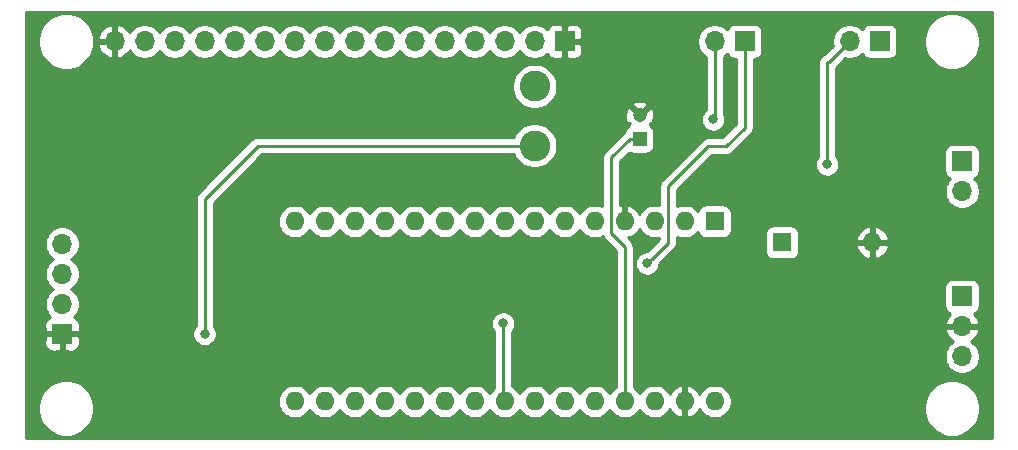
<source format=gbr>
G04 #@! TF.GenerationSoftware,KiCad,Pcbnew,(5.1.5)-3*
G04 #@! TF.CreationDate,2020-07-14T08:47:50-04:00*
G04 #@! TF.ProjectId,WR9R_Raduino,57523952-5f52-4616-9475-696e6f2e6b69,rev?*
G04 #@! TF.SameCoordinates,Original*
G04 #@! TF.FileFunction,Copper,L2,Bot*
G04 #@! TF.FilePolarity,Positive*
%FSLAX46Y46*%
G04 Gerber Fmt 4.6, Leading zero omitted, Abs format (unit mm)*
G04 Created by KiCad (PCBNEW (5.1.5)-3) date 2020-07-14 08:47:50*
%MOMM*%
%LPD*%
G04 APERTURE LIST*
%ADD10O,1.700000X1.700000*%
%ADD11R,1.700000X1.700000*%
%ADD12O,1.600000X1.600000*%
%ADD13R,1.600000X1.600000*%
%ADD14C,2.600000*%
%ADD15C,1.200000*%
%ADD16R,1.200000X1.200000*%
%ADD17C,0.800000*%
%ADD18C,0.250000*%
%ADD19C,0.254000*%
G04 APERTURE END LIST*
D10*
X148247100Y-95884999D03*
D11*
X148247100Y-93344999D03*
D12*
X140627100Y-100202999D03*
D13*
X133007100Y-100202999D03*
D12*
X91732100Y-113664999D03*
X91732100Y-98424999D03*
X127292100Y-113664999D03*
X94272100Y-98424999D03*
X124752100Y-113664999D03*
X96812100Y-98424999D03*
X122212100Y-113664999D03*
X99352100Y-98424999D03*
X119672100Y-113664999D03*
X101892100Y-98424999D03*
X117132100Y-113664999D03*
X104432100Y-98424999D03*
X114592100Y-113664999D03*
X106972100Y-98424999D03*
X112052100Y-113664999D03*
X109512100Y-98424999D03*
X109512100Y-113664999D03*
X112052100Y-98424999D03*
X106972100Y-113664999D03*
X114592100Y-98424999D03*
X104432100Y-113664999D03*
X117132100Y-98424999D03*
X101892100Y-113664999D03*
X119672100Y-98424999D03*
X99352100Y-113664999D03*
X122212100Y-98424999D03*
X96812100Y-113664999D03*
X124752100Y-98424999D03*
X94272100Y-113664999D03*
D13*
X127292100Y-98424999D03*
D10*
X127292100Y-83184999D03*
D11*
X129832100Y-83184999D03*
D10*
X148247100Y-109854999D03*
X148247100Y-107314999D03*
D11*
X148247100Y-104774999D03*
D10*
X138722100Y-83184999D03*
D11*
X141262100Y-83184999D03*
D10*
X72047100Y-100329999D03*
X72047100Y-102869999D03*
X72047100Y-105409999D03*
D11*
X72047100Y-107949999D03*
D14*
X112052100Y-91994999D03*
X112052100Y-86994999D03*
D10*
X76492100Y-83184999D03*
X79032100Y-83184999D03*
X81572100Y-83184999D03*
X84112100Y-83184999D03*
X86652100Y-83184999D03*
X89192100Y-83184999D03*
X91732100Y-83184999D03*
X94272100Y-83184999D03*
X96812100Y-83184999D03*
X99352100Y-83184999D03*
X101892100Y-83184999D03*
X104432100Y-83184999D03*
X106972100Y-83184999D03*
X109512100Y-83184999D03*
X112052100Y-83184999D03*
D11*
X114592100Y-83184999D03*
D15*
X120942100Y-89439999D03*
D16*
X120942100Y-91439999D03*
D17*
X148755100Y-88010999D03*
X84112100Y-107949999D03*
X136817100Y-93598999D03*
X127165100Y-89788989D03*
X121577100Y-101980999D03*
X109385100Y-107060999D03*
D18*
X84112100Y-107949999D02*
X84112100Y-103504999D01*
X88637100Y-91994999D02*
X112052100Y-91994999D01*
X84112100Y-96519999D02*
X88637100Y-91994999D01*
X84112100Y-103504999D02*
X84112100Y-96519999D01*
X119672100Y-113664999D02*
X119672100Y-100583999D01*
X119672100Y-100583999D02*
X118529100Y-99440999D01*
X120092100Y-91439999D02*
X120942100Y-91439999D01*
X118529100Y-93002999D02*
X120092100Y-91439999D01*
X118529100Y-99440999D02*
X118529100Y-93002999D01*
X136817100Y-93598999D02*
X136817100Y-84962999D01*
X136944100Y-84962999D02*
X138722100Y-83184999D01*
X136817100Y-84962999D02*
X136944100Y-84962999D01*
X127292100Y-89661989D02*
X127165100Y-89788989D01*
X127292100Y-83184999D02*
X127292100Y-89661989D01*
X109385100Y-113537999D02*
X109512100Y-113664999D01*
X109385100Y-107060999D02*
X109385100Y-113537999D01*
X121977099Y-101581000D02*
X121577100Y-101980999D01*
X123337101Y-95452002D02*
X123337101Y-100220998D01*
X128275102Y-92038001D02*
X126751102Y-92038001D01*
X123337101Y-100220998D02*
X121977099Y-101581000D01*
X129832100Y-90481003D02*
X128275102Y-92038001D01*
X126751102Y-92038001D02*
X123337101Y-95452002D01*
X129832100Y-83184999D02*
X129832100Y-90481003D01*
D19*
G36*
X150814100Y-109234686D02*
G01*
X150814099Y-109234696D01*
X150814100Y-116739999D01*
X68972100Y-116739999D01*
X68972100Y-114013371D01*
X69995586Y-114013371D01*
X69995586Y-114485029D01*
X70087602Y-114947625D01*
X70268097Y-115383381D01*
X70530137Y-115775550D01*
X70863650Y-116109063D01*
X71255819Y-116371103D01*
X71691575Y-116551598D01*
X72154171Y-116643614D01*
X72625829Y-116643614D01*
X73088425Y-116551598D01*
X73524181Y-116371103D01*
X73916350Y-116109063D01*
X74249863Y-115775550D01*
X74511903Y-115383381D01*
X74692398Y-114947625D01*
X74784414Y-114485029D01*
X74784414Y-114013371D01*
X74692398Y-113550775D01*
X74511903Y-113115019D01*
X74249863Y-112722850D01*
X73916350Y-112389337D01*
X73524181Y-112127297D01*
X73088425Y-111946802D01*
X72625829Y-111854786D01*
X72154171Y-111854786D01*
X71691575Y-111946802D01*
X71255819Y-112127297D01*
X70863650Y-112389337D01*
X70530137Y-112722850D01*
X70268097Y-113115019D01*
X70087602Y-113550775D01*
X69995586Y-114013371D01*
X68972100Y-114013371D01*
X68972100Y-108799999D01*
X70559028Y-108799999D01*
X70571288Y-108924481D01*
X70607598Y-109044179D01*
X70666563Y-109154493D01*
X70745915Y-109251184D01*
X70842606Y-109330536D01*
X70952920Y-109389501D01*
X71072618Y-109425811D01*
X71197100Y-109438071D01*
X71761350Y-109434999D01*
X71920100Y-109276249D01*
X71920100Y-108076999D01*
X72174100Y-108076999D01*
X72174100Y-109276249D01*
X72332850Y-109434999D01*
X72897100Y-109438071D01*
X73021582Y-109425811D01*
X73141280Y-109389501D01*
X73251594Y-109330536D01*
X73348285Y-109251184D01*
X73427637Y-109154493D01*
X73486602Y-109044179D01*
X73522912Y-108924481D01*
X73535172Y-108799999D01*
X73532100Y-108235749D01*
X73373350Y-108076999D01*
X72174100Y-108076999D01*
X71920100Y-108076999D01*
X70720850Y-108076999D01*
X70562100Y-108235749D01*
X70559028Y-108799999D01*
X68972100Y-108799999D01*
X68972100Y-107848060D01*
X83077100Y-107848060D01*
X83077100Y-108051938D01*
X83116874Y-108251897D01*
X83194895Y-108440255D01*
X83308163Y-108609773D01*
X83452326Y-108753936D01*
X83621844Y-108867204D01*
X83810202Y-108945225D01*
X84010161Y-108984999D01*
X84214039Y-108984999D01*
X84413998Y-108945225D01*
X84602356Y-108867204D01*
X84771874Y-108753936D01*
X84916037Y-108609773D01*
X85029305Y-108440255D01*
X85107326Y-108251897D01*
X85147100Y-108051938D01*
X85147100Y-107848060D01*
X85107326Y-107648101D01*
X85029305Y-107459743D01*
X84916037Y-107290225D01*
X84872100Y-107246288D01*
X84872100Y-98283664D01*
X90297100Y-98283664D01*
X90297100Y-98566334D01*
X90352247Y-98843573D01*
X90460420Y-99104726D01*
X90617463Y-99339758D01*
X90817341Y-99539636D01*
X91052373Y-99696679D01*
X91313526Y-99804852D01*
X91590765Y-99859999D01*
X91873435Y-99859999D01*
X92150674Y-99804852D01*
X92411827Y-99696679D01*
X92646859Y-99539636D01*
X92846737Y-99339758D01*
X93002100Y-99107240D01*
X93157463Y-99339758D01*
X93357341Y-99539636D01*
X93592373Y-99696679D01*
X93853526Y-99804852D01*
X94130765Y-99859999D01*
X94413435Y-99859999D01*
X94690674Y-99804852D01*
X94951827Y-99696679D01*
X95186859Y-99539636D01*
X95386737Y-99339758D01*
X95542100Y-99107240D01*
X95697463Y-99339758D01*
X95897341Y-99539636D01*
X96132373Y-99696679D01*
X96393526Y-99804852D01*
X96670765Y-99859999D01*
X96953435Y-99859999D01*
X97230674Y-99804852D01*
X97491827Y-99696679D01*
X97726859Y-99539636D01*
X97926737Y-99339758D01*
X98082100Y-99107240D01*
X98237463Y-99339758D01*
X98437341Y-99539636D01*
X98672373Y-99696679D01*
X98933526Y-99804852D01*
X99210765Y-99859999D01*
X99493435Y-99859999D01*
X99770674Y-99804852D01*
X100031827Y-99696679D01*
X100266859Y-99539636D01*
X100466737Y-99339758D01*
X100622100Y-99107240D01*
X100777463Y-99339758D01*
X100977341Y-99539636D01*
X101212373Y-99696679D01*
X101473526Y-99804852D01*
X101750765Y-99859999D01*
X102033435Y-99859999D01*
X102310674Y-99804852D01*
X102571827Y-99696679D01*
X102806859Y-99539636D01*
X103006737Y-99339758D01*
X103162100Y-99107240D01*
X103317463Y-99339758D01*
X103517341Y-99539636D01*
X103752373Y-99696679D01*
X104013526Y-99804852D01*
X104290765Y-99859999D01*
X104573435Y-99859999D01*
X104850674Y-99804852D01*
X105111827Y-99696679D01*
X105346859Y-99539636D01*
X105546737Y-99339758D01*
X105702100Y-99107240D01*
X105857463Y-99339758D01*
X106057341Y-99539636D01*
X106292373Y-99696679D01*
X106553526Y-99804852D01*
X106830765Y-99859999D01*
X107113435Y-99859999D01*
X107390674Y-99804852D01*
X107651827Y-99696679D01*
X107886859Y-99539636D01*
X108086737Y-99339758D01*
X108242100Y-99107240D01*
X108397463Y-99339758D01*
X108597341Y-99539636D01*
X108832373Y-99696679D01*
X109093526Y-99804852D01*
X109370765Y-99859999D01*
X109653435Y-99859999D01*
X109930674Y-99804852D01*
X110191827Y-99696679D01*
X110426859Y-99539636D01*
X110626737Y-99339758D01*
X110782100Y-99107240D01*
X110937463Y-99339758D01*
X111137341Y-99539636D01*
X111372373Y-99696679D01*
X111633526Y-99804852D01*
X111910765Y-99859999D01*
X112193435Y-99859999D01*
X112470674Y-99804852D01*
X112731827Y-99696679D01*
X112966859Y-99539636D01*
X113166737Y-99339758D01*
X113322100Y-99107240D01*
X113477463Y-99339758D01*
X113677341Y-99539636D01*
X113912373Y-99696679D01*
X114173526Y-99804852D01*
X114450765Y-99859999D01*
X114733435Y-99859999D01*
X115010674Y-99804852D01*
X115271827Y-99696679D01*
X115506859Y-99539636D01*
X115706737Y-99339758D01*
X115862100Y-99107240D01*
X116017463Y-99339758D01*
X116217341Y-99539636D01*
X116452373Y-99696679D01*
X116713526Y-99804852D01*
X116990765Y-99859999D01*
X117273435Y-99859999D01*
X117550674Y-99804852D01*
X117811827Y-99696679D01*
X117812355Y-99696326D01*
X117823554Y-99733245D01*
X117894126Y-99865275D01*
X117920032Y-99896841D01*
X117989099Y-99981000D01*
X118018102Y-100004803D01*
X118912101Y-100898802D01*
X118912100Y-112446956D01*
X118757341Y-112550362D01*
X118557463Y-112750240D01*
X118402100Y-112982758D01*
X118246737Y-112750240D01*
X118046859Y-112550362D01*
X117811827Y-112393319D01*
X117550674Y-112285146D01*
X117273435Y-112229999D01*
X116990765Y-112229999D01*
X116713526Y-112285146D01*
X116452373Y-112393319D01*
X116217341Y-112550362D01*
X116017463Y-112750240D01*
X115862100Y-112982758D01*
X115706737Y-112750240D01*
X115506859Y-112550362D01*
X115271827Y-112393319D01*
X115010674Y-112285146D01*
X114733435Y-112229999D01*
X114450765Y-112229999D01*
X114173526Y-112285146D01*
X113912373Y-112393319D01*
X113677341Y-112550362D01*
X113477463Y-112750240D01*
X113322100Y-112982758D01*
X113166737Y-112750240D01*
X112966859Y-112550362D01*
X112731827Y-112393319D01*
X112470674Y-112285146D01*
X112193435Y-112229999D01*
X111910765Y-112229999D01*
X111633526Y-112285146D01*
X111372373Y-112393319D01*
X111137341Y-112550362D01*
X110937463Y-112750240D01*
X110782100Y-112982758D01*
X110626737Y-112750240D01*
X110426859Y-112550362D01*
X110191827Y-112393319D01*
X110145100Y-112373964D01*
X110145100Y-107764710D01*
X110189037Y-107720773D01*
X110302305Y-107551255D01*
X110380326Y-107362897D01*
X110420100Y-107162938D01*
X110420100Y-106959060D01*
X110380326Y-106759101D01*
X110302305Y-106570743D01*
X110189037Y-106401225D01*
X110044874Y-106257062D01*
X109875356Y-106143794D01*
X109686998Y-106065773D01*
X109487039Y-106025999D01*
X109283161Y-106025999D01*
X109083202Y-106065773D01*
X108894844Y-106143794D01*
X108725326Y-106257062D01*
X108581163Y-106401225D01*
X108467895Y-106570743D01*
X108389874Y-106759101D01*
X108350100Y-106959060D01*
X108350100Y-107162938D01*
X108389874Y-107362897D01*
X108467895Y-107551255D01*
X108581163Y-107720773D01*
X108625100Y-107764710D01*
X108625101Y-112531814D01*
X108597341Y-112550362D01*
X108397463Y-112750240D01*
X108242100Y-112982758D01*
X108086737Y-112750240D01*
X107886859Y-112550362D01*
X107651827Y-112393319D01*
X107390674Y-112285146D01*
X107113435Y-112229999D01*
X106830765Y-112229999D01*
X106553526Y-112285146D01*
X106292373Y-112393319D01*
X106057341Y-112550362D01*
X105857463Y-112750240D01*
X105702100Y-112982758D01*
X105546737Y-112750240D01*
X105346859Y-112550362D01*
X105111827Y-112393319D01*
X104850674Y-112285146D01*
X104573435Y-112229999D01*
X104290765Y-112229999D01*
X104013526Y-112285146D01*
X103752373Y-112393319D01*
X103517341Y-112550362D01*
X103317463Y-112750240D01*
X103162100Y-112982758D01*
X103006737Y-112750240D01*
X102806859Y-112550362D01*
X102571827Y-112393319D01*
X102310674Y-112285146D01*
X102033435Y-112229999D01*
X101750765Y-112229999D01*
X101473526Y-112285146D01*
X101212373Y-112393319D01*
X100977341Y-112550362D01*
X100777463Y-112750240D01*
X100622100Y-112982758D01*
X100466737Y-112750240D01*
X100266859Y-112550362D01*
X100031827Y-112393319D01*
X99770674Y-112285146D01*
X99493435Y-112229999D01*
X99210765Y-112229999D01*
X98933526Y-112285146D01*
X98672373Y-112393319D01*
X98437341Y-112550362D01*
X98237463Y-112750240D01*
X98082100Y-112982758D01*
X97926737Y-112750240D01*
X97726859Y-112550362D01*
X97491827Y-112393319D01*
X97230674Y-112285146D01*
X96953435Y-112229999D01*
X96670765Y-112229999D01*
X96393526Y-112285146D01*
X96132373Y-112393319D01*
X95897341Y-112550362D01*
X95697463Y-112750240D01*
X95542100Y-112982758D01*
X95386737Y-112750240D01*
X95186859Y-112550362D01*
X94951827Y-112393319D01*
X94690674Y-112285146D01*
X94413435Y-112229999D01*
X94130765Y-112229999D01*
X93853526Y-112285146D01*
X93592373Y-112393319D01*
X93357341Y-112550362D01*
X93157463Y-112750240D01*
X93002100Y-112982758D01*
X92846737Y-112750240D01*
X92646859Y-112550362D01*
X92411827Y-112393319D01*
X92150674Y-112285146D01*
X91873435Y-112229999D01*
X91590765Y-112229999D01*
X91313526Y-112285146D01*
X91052373Y-112393319D01*
X90817341Y-112550362D01*
X90617463Y-112750240D01*
X90460420Y-112985272D01*
X90352247Y-113246425D01*
X90297100Y-113523664D01*
X90297100Y-113806334D01*
X90352247Y-114083573D01*
X90460420Y-114344726D01*
X90617463Y-114579758D01*
X90817341Y-114779636D01*
X91052373Y-114936679D01*
X91313526Y-115044852D01*
X91590765Y-115099999D01*
X91873435Y-115099999D01*
X92150674Y-115044852D01*
X92411827Y-114936679D01*
X92646859Y-114779636D01*
X92846737Y-114579758D01*
X93002100Y-114347240D01*
X93157463Y-114579758D01*
X93357341Y-114779636D01*
X93592373Y-114936679D01*
X93853526Y-115044852D01*
X94130765Y-115099999D01*
X94413435Y-115099999D01*
X94690674Y-115044852D01*
X94951827Y-114936679D01*
X95186859Y-114779636D01*
X95386737Y-114579758D01*
X95542100Y-114347240D01*
X95697463Y-114579758D01*
X95897341Y-114779636D01*
X96132373Y-114936679D01*
X96393526Y-115044852D01*
X96670765Y-115099999D01*
X96953435Y-115099999D01*
X97230674Y-115044852D01*
X97491827Y-114936679D01*
X97726859Y-114779636D01*
X97926737Y-114579758D01*
X98082100Y-114347240D01*
X98237463Y-114579758D01*
X98437341Y-114779636D01*
X98672373Y-114936679D01*
X98933526Y-115044852D01*
X99210765Y-115099999D01*
X99493435Y-115099999D01*
X99770674Y-115044852D01*
X100031827Y-114936679D01*
X100266859Y-114779636D01*
X100466737Y-114579758D01*
X100622100Y-114347240D01*
X100777463Y-114579758D01*
X100977341Y-114779636D01*
X101212373Y-114936679D01*
X101473526Y-115044852D01*
X101750765Y-115099999D01*
X102033435Y-115099999D01*
X102310674Y-115044852D01*
X102571827Y-114936679D01*
X102806859Y-114779636D01*
X103006737Y-114579758D01*
X103162100Y-114347240D01*
X103317463Y-114579758D01*
X103517341Y-114779636D01*
X103752373Y-114936679D01*
X104013526Y-115044852D01*
X104290765Y-115099999D01*
X104573435Y-115099999D01*
X104850674Y-115044852D01*
X105111827Y-114936679D01*
X105346859Y-114779636D01*
X105546737Y-114579758D01*
X105702100Y-114347240D01*
X105857463Y-114579758D01*
X106057341Y-114779636D01*
X106292373Y-114936679D01*
X106553526Y-115044852D01*
X106830765Y-115099999D01*
X107113435Y-115099999D01*
X107390674Y-115044852D01*
X107651827Y-114936679D01*
X107886859Y-114779636D01*
X108086737Y-114579758D01*
X108242100Y-114347240D01*
X108397463Y-114579758D01*
X108597341Y-114779636D01*
X108832373Y-114936679D01*
X109093526Y-115044852D01*
X109370765Y-115099999D01*
X109653435Y-115099999D01*
X109930674Y-115044852D01*
X110191827Y-114936679D01*
X110426859Y-114779636D01*
X110626737Y-114579758D01*
X110782100Y-114347240D01*
X110937463Y-114579758D01*
X111137341Y-114779636D01*
X111372373Y-114936679D01*
X111633526Y-115044852D01*
X111910765Y-115099999D01*
X112193435Y-115099999D01*
X112470674Y-115044852D01*
X112731827Y-114936679D01*
X112966859Y-114779636D01*
X113166737Y-114579758D01*
X113322100Y-114347240D01*
X113477463Y-114579758D01*
X113677341Y-114779636D01*
X113912373Y-114936679D01*
X114173526Y-115044852D01*
X114450765Y-115099999D01*
X114733435Y-115099999D01*
X115010674Y-115044852D01*
X115271827Y-114936679D01*
X115506859Y-114779636D01*
X115706737Y-114579758D01*
X115862100Y-114347240D01*
X116017463Y-114579758D01*
X116217341Y-114779636D01*
X116452373Y-114936679D01*
X116713526Y-115044852D01*
X116990765Y-115099999D01*
X117273435Y-115099999D01*
X117550674Y-115044852D01*
X117811827Y-114936679D01*
X118046859Y-114779636D01*
X118246737Y-114579758D01*
X118402100Y-114347240D01*
X118557463Y-114579758D01*
X118757341Y-114779636D01*
X118992373Y-114936679D01*
X119253526Y-115044852D01*
X119530765Y-115099999D01*
X119813435Y-115099999D01*
X120090674Y-115044852D01*
X120351827Y-114936679D01*
X120586859Y-114779636D01*
X120786737Y-114579758D01*
X120942100Y-114347240D01*
X121097463Y-114579758D01*
X121297341Y-114779636D01*
X121532373Y-114936679D01*
X121793526Y-115044852D01*
X122070765Y-115099999D01*
X122353435Y-115099999D01*
X122630674Y-115044852D01*
X122891827Y-114936679D01*
X123126859Y-114779636D01*
X123326737Y-114579758D01*
X123483780Y-114344726D01*
X123488167Y-114334134D01*
X123599715Y-114520130D01*
X123788686Y-114728518D01*
X124014680Y-114896036D01*
X124269013Y-115016245D01*
X124403061Y-115056903D01*
X124625100Y-114934914D01*
X124625100Y-113791999D01*
X124605100Y-113791999D01*
X124605100Y-113537999D01*
X124625100Y-113537999D01*
X124625100Y-112395084D01*
X124879100Y-112395084D01*
X124879100Y-113537999D01*
X124899100Y-113537999D01*
X124899100Y-113791999D01*
X124879100Y-113791999D01*
X124879100Y-114934914D01*
X125101139Y-115056903D01*
X125235187Y-115016245D01*
X125489520Y-114896036D01*
X125715514Y-114728518D01*
X125904485Y-114520130D01*
X126016033Y-114334134D01*
X126020420Y-114344726D01*
X126177463Y-114579758D01*
X126377341Y-114779636D01*
X126612373Y-114936679D01*
X126873526Y-115044852D01*
X127150765Y-115099999D01*
X127433435Y-115099999D01*
X127710674Y-115044852D01*
X127971827Y-114936679D01*
X128206859Y-114779636D01*
X128406737Y-114579758D01*
X128563780Y-114344726D01*
X128671953Y-114083573D01*
X128685917Y-114013371D01*
X145001785Y-114013371D01*
X145001785Y-114485029D01*
X145093801Y-114947625D01*
X145274296Y-115383381D01*
X145536336Y-115775550D01*
X145869849Y-116109063D01*
X146262018Y-116371103D01*
X146697774Y-116551598D01*
X147160370Y-116643614D01*
X147632028Y-116643614D01*
X148094624Y-116551598D01*
X148530380Y-116371103D01*
X148922549Y-116109063D01*
X149256062Y-115775550D01*
X149518102Y-115383381D01*
X149698597Y-114947625D01*
X149790613Y-114485029D01*
X149790613Y-114013371D01*
X149698597Y-113550775D01*
X149518102Y-113115019D01*
X149256062Y-112722850D01*
X148922549Y-112389337D01*
X148530380Y-112127297D01*
X148094624Y-111946802D01*
X147632028Y-111854786D01*
X147160370Y-111854786D01*
X146697774Y-111946802D01*
X146262018Y-112127297D01*
X145869849Y-112389337D01*
X145536336Y-112722850D01*
X145274296Y-113115019D01*
X145093801Y-113550775D01*
X145001785Y-114013371D01*
X128685917Y-114013371D01*
X128727100Y-113806334D01*
X128727100Y-113523664D01*
X128671953Y-113246425D01*
X128563780Y-112985272D01*
X128406737Y-112750240D01*
X128206859Y-112550362D01*
X127971827Y-112393319D01*
X127710674Y-112285146D01*
X127433435Y-112229999D01*
X127150765Y-112229999D01*
X126873526Y-112285146D01*
X126612373Y-112393319D01*
X126377341Y-112550362D01*
X126177463Y-112750240D01*
X126020420Y-112985272D01*
X126016033Y-112995864D01*
X125904485Y-112809868D01*
X125715514Y-112601480D01*
X125489520Y-112433962D01*
X125235187Y-112313753D01*
X125101139Y-112273095D01*
X124879100Y-112395084D01*
X124625100Y-112395084D01*
X124403061Y-112273095D01*
X124269013Y-112313753D01*
X124014680Y-112433962D01*
X123788686Y-112601480D01*
X123599715Y-112809868D01*
X123488167Y-112995864D01*
X123483780Y-112985272D01*
X123326737Y-112750240D01*
X123126859Y-112550362D01*
X122891827Y-112393319D01*
X122630674Y-112285146D01*
X122353435Y-112229999D01*
X122070765Y-112229999D01*
X121793526Y-112285146D01*
X121532373Y-112393319D01*
X121297341Y-112550362D01*
X121097463Y-112750240D01*
X120942100Y-112982758D01*
X120786737Y-112750240D01*
X120586859Y-112550362D01*
X120432100Y-112446956D01*
X120432100Y-109708739D01*
X146762100Y-109708739D01*
X146762100Y-110001259D01*
X146819168Y-110288157D01*
X146931110Y-110558410D01*
X147093625Y-110801631D01*
X147300468Y-111008474D01*
X147543689Y-111170989D01*
X147813942Y-111282931D01*
X148100840Y-111339999D01*
X148393360Y-111339999D01*
X148680258Y-111282931D01*
X148950511Y-111170989D01*
X149193732Y-111008474D01*
X149400575Y-110801631D01*
X149563090Y-110558410D01*
X149675032Y-110288157D01*
X149732100Y-110001259D01*
X149732100Y-109708739D01*
X149675032Y-109421841D01*
X149563090Y-109151588D01*
X149400575Y-108908367D01*
X149193732Y-108701524D01*
X149011566Y-108579804D01*
X149128455Y-108510177D01*
X149344688Y-108315268D01*
X149518741Y-108081919D01*
X149643925Y-107819098D01*
X149688576Y-107671889D01*
X149567255Y-107441999D01*
X148374100Y-107441999D01*
X148374100Y-107461999D01*
X148120100Y-107461999D01*
X148120100Y-107441999D01*
X146926945Y-107441999D01*
X146805624Y-107671889D01*
X146850275Y-107819098D01*
X146975459Y-108081919D01*
X147149512Y-108315268D01*
X147365745Y-108510177D01*
X147482634Y-108579804D01*
X147300468Y-108701524D01*
X147093625Y-108908367D01*
X146931110Y-109151588D01*
X146819168Y-109421841D01*
X146762100Y-109708739D01*
X120432100Y-109708739D01*
X120432100Y-103924999D01*
X146759028Y-103924999D01*
X146759028Y-105624999D01*
X146771288Y-105749481D01*
X146807598Y-105869179D01*
X146866563Y-105979493D01*
X146945915Y-106076184D01*
X147042606Y-106155536D01*
X147152920Y-106214501D01*
X147233566Y-106238965D01*
X147149512Y-106314730D01*
X146975459Y-106548079D01*
X146850275Y-106810900D01*
X146805624Y-106958109D01*
X146926945Y-107187999D01*
X148120100Y-107187999D01*
X148120100Y-107167999D01*
X148374100Y-107167999D01*
X148374100Y-107187999D01*
X149567255Y-107187999D01*
X149688576Y-106958109D01*
X149643925Y-106810900D01*
X149518741Y-106548079D01*
X149344688Y-106314730D01*
X149260634Y-106238965D01*
X149341280Y-106214501D01*
X149451594Y-106155536D01*
X149548285Y-106076184D01*
X149627637Y-105979493D01*
X149686602Y-105869179D01*
X149722912Y-105749481D01*
X149735172Y-105624999D01*
X149735172Y-103924999D01*
X149722912Y-103800517D01*
X149686602Y-103680819D01*
X149627637Y-103570505D01*
X149548285Y-103473814D01*
X149451594Y-103394462D01*
X149341280Y-103335497D01*
X149221582Y-103299187D01*
X149097100Y-103286927D01*
X147397100Y-103286927D01*
X147272618Y-103299187D01*
X147152920Y-103335497D01*
X147042606Y-103394462D01*
X146945915Y-103473814D01*
X146866563Y-103570505D01*
X146807598Y-103680819D01*
X146771288Y-103800517D01*
X146759028Y-103924999D01*
X120432100Y-103924999D01*
X120432100Y-100621321D01*
X120435776Y-100583998D01*
X120432100Y-100546675D01*
X120432100Y-100546666D01*
X120421103Y-100435013D01*
X120377646Y-100291752D01*
X120339827Y-100220999D01*
X120307074Y-100159722D01*
X120235899Y-100072996D01*
X120212101Y-100043998D01*
X120183103Y-100020200D01*
X119929409Y-99766506D01*
X120021139Y-99816903D01*
X120155187Y-99776245D01*
X120409520Y-99656036D01*
X120635514Y-99488518D01*
X120824485Y-99280130D01*
X120936033Y-99094134D01*
X120940420Y-99104726D01*
X121097463Y-99339758D01*
X121297341Y-99539636D01*
X121532373Y-99696679D01*
X121793526Y-99804852D01*
X122070765Y-99859999D01*
X122353435Y-99859999D01*
X122577102Y-99815508D01*
X122577102Y-99906195D01*
X121537299Y-100945999D01*
X121475161Y-100945999D01*
X121275202Y-100985773D01*
X121086844Y-101063794D01*
X120917326Y-101177062D01*
X120773163Y-101321225D01*
X120659895Y-101490743D01*
X120581874Y-101679101D01*
X120542100Y-101879060D01*
X120542100Y-102082938D01*
X120581874Y-102282897D01*
X120659895Y-102471255D01*
X120773163Y-102640773D01*
X120917326Y-102784936D01*
X121086844Y-102898204D01*
X121275202Y-102976225D01*
X121475161Y-103015999D01*
X121679039Y-103015999D01*
X121878998Y-102976225D01*
X122067356Y-102898204D01*
X122236874Y-102784936D01*
X122381037Y-102640773D01*
X122494305Y-102471255D01*
X122572326Y-102282897D01*
X122612100Y-102082938D01*
X122612100Y-102020800D01*
X123848104Y-100784797D01*
X123877102Y-100760999D01*
X123972075Y-100645274D01*
X124042647Y-100513245D01*
X124086104Y-100369984D01*
X124097101Y-100258331D01*
X124097101Y-100258322D01*
X124100777Y-100220999D01*
X124097101Y-100183676D01*
X124097101Y-99706922D01*
X124333526Y-99804852D01*
X124610765Y-99859999D01*
X124893435Y-99859999D01*
X125170674Y-99804852D01*
X125431827Y-99696679D01*
X125666859Y-99539636D01*
X125865457Y-99341038D01*
X125866288Y-99349481D01*
X125902598Y-99469179D01*
X125961563Y-99579493D01*
X126040915Y-99676184D01*
X126137606Y-99755536D01*
X126247920Y-99814501D01*
X126367618Y-99850811D01*
X126492100Y-99863071D01*
X128092100Y-99863071D01*
X128216582Y-99850811D01*
X128336280Y-99814501D01*
X128446594Y-99755536D01*
X128543285Y-99676184D01*
X128622637Y-99579493D01*
X128681602Y-99469179D01*
X128701677Y-99402999D01*
X131569028Y-99402999D01*
X131569028Y-101002999D01*
X131581288Y-101127481D01*
X131617598Y-101247179D01*
X131676563Y-101357493D01*
X131755915Y-101454184D01*
X131852606Y-101533536D01*
X131962920Y-101592501D01*
X132082618Y-101628811D01*
X132207100Y-101641071D01*
X133807100Y-101641071D01*
X133931582Y-101628811D01*
X134051280Y-101592501D01*
X134161594Y-101533536D01*
X134258285Y-101454184D01*
X134337637Y-101357493D01*
X134396602Y-101247179D01*
X134432912Y-101127481D01*
X134445172Y-101002999D01*
X134445172Y-100552038D01*
X139235196Y-100552038D01*
X139275854Y-100686086D01*
X139396063Y-100940419D01*
X139563581Y-101166413D01*
X139771969Y-101355384D01*
X140013219Y-101500069D01*
X140278060Y-101594908D01*
X140500100Y-101473623D01*
X140500100Y-100329999D01*
X140754100Y-100329999D01*
X140754100Y-101473623D01*
X140976140Y-101594908D01*
X141240981Y-101500069D01*
X141482231Y-101355384D01*
X141690619Y-101166413D01*
X141858137Y-100940419D01*
X141978346Y-100686086D01*
X142019004Y-100552038D01*
X141897015Y-100329999D01*
X140754100Y-100329999D01*
X140500100Y-100329999D01*
X139357185Y-100329999D01*
X139235196Y-100552038D01*
X134445172Y-100552038D01*
X134445172Y-99853960D01*
X139235196Y-99853960D01*
X139357185Y-100075999D01*
X140500100Y-100075999D01*
X140500100Y-98932375D01*
X140754100Y-98932375D01*
X140754100Y-100075999D01*
X141897015Y-100075999D01*
X142019004Y-99853960D01*
X141978346Y-99719912D01*
X141858137Y-99465579D01*
X141690619Y-99239585D01*
X141482231Y-99050614D01*
X141240981Y-98905929D01*
X140976140Y-98811090D01*
X140754100Y-98932375D01*
X140500100Y-98932375D01*
X140278060Y-98811090D01*
X140013219Y-98905929D01*
X139771969Y-99050614D01*
X139563581Y-99239585D01*
X139396063Y-99465579D01*
X139275854Y-99719912D01*
X139235196Y-99853960D01*
X134445172Y-99853960D01*
X134445172Y-99402999D01*
X134432912Y-99278517D01*
X134396602Y-99158819D01*
X134337637Y-99048505D01*
X134258285Y-98951814D01*
X134161594Y-98872462D01*
X134051280Y-98813497D01*
X133931582Y-98777187D01*
X133807100Y-98764927D01*
X132207100Y-98764927D01*
X132082618Y-98777187D01*
X131962920Y-98813497D01*
X131852606Y-98872462D01*
X131755915Y-98951814D01*
X131676563Y-99048505D01*
X131617598Y-99158819D01*
X131581288Y-99278517D01*
X131569028Y-99402999D01*
X128701677Y-99402999D01*
X128717912Y-99349481D01*
X128730172Y-99224999D01*
X128730172Y-97624999D01*
X128717912Y-97500517D01*
X128681602Y-97380819D01*
X128622637Y-97270505D01*
X128543285Y-97173814D01*
X128446594Y-97094462D01*
X128336280Y-97035497D01*
X128216582Y-96999187D01*
X128092100Y-96986927D01*
X126492100Y-96986927D01*
X126367618Y-96999187D01*
X126247920Y-97035497D01*
X126137606Y-97094462D01*
X126040915Y-97173814D01*
X125961563Y-97270505D01*
X125902598Y-97380819D01*
X125866288Y-97500517D01*
X125865457Y-97508960D01*
X125666859Y-97310362D01*
X125431827Y-97153319D01*
X125170674Y-97045146D01*
X124893435Y-96989999D01*
X124610765Y-96989999D01*
X124333526Y-97045146D01*
X124097101Y-97143076D01*
X124097101Y-95766803D01*
X126366844Y-93497060D01*
X135782100Y-93497060D01*
X135782100Y-93700938D01*
X135821874Y-93900897D01*
X135899895Y-94089255D01*
X136013163Y-94258773D01*
X136157326Y-94402936D01*
X136326844Y-94516204D01*
X136515202Y-94594225D01*
X136715161Y-94633999D01*
X136919039Y-94633999D01*
X137118998Y-94594225D01*
X137307356Y-94516204D01*
X137476874Y-94402936D01*
X137621037Y-94258773D01*
X137734305Y-94089255D01*
X137812326Y-93900897D01*
X137852100Y-93700938D01*
X137852100Y-93497060D01*
X137812326Y-93297101D01*
X137734305Y-93108743D01*
X137621037Y-92939225D01*
X137577100Y-92895288D01*
X137577100Y-92494999D01*
X146759028Y-92494999D01*
X146759028Y-94194999D01*
X146771288Y-94319481D01*
X146807598Y-94439179D01*
X146866563Y-94549493D01*
X146945915Y-94646184D01*
X147042606Y-94725536D01*
X147152920Y-94784501D01*
X147225480Y-94806512D01*
X147093625Y-94938367D01*
X146931110Y-95181588D01*
X146819168Y-95451841D01*
X146762100Y-95738739D01*
X146762100Y-96031259D01*
X146819168Y-96318157D01*
X146931110Y-96588410D01*
X147093625Y-96831631D01*
X147300468Y-97038474D01*
X147543689Y-97200989D01*
X147813942Y-97312931D01*
X148100840Y-97369999D01*
X148393360Y-97369999D01*
X148680258Y-97312931D01*
X148950511Y-97200989D01*
X149193732Y-97038474D01*
X149400575Y-96831631D01*
X149563090Y-96588410D01*
X149675032Y-96318157D01*
X149732100Y-96031259D01*
X149732100Y-95738739D01*
X149675032Y-95451841D01*
X149563090Y-95181588D01*
X149400575Y-94938367D01*
X149268720Y-94806512D01*
X149341280Y-94784501D01*
X149451594Y-94725536D01*
X149548285Y-94646184D01*
X149627637Y-94549493D01*
X149686602Y-94439179D01*
X149722912Y-94319481D01*
X149735172Y-94194999D01*
X149735172Y-92494999D01*
X149722912Y-92370517D01*
X149686602Y-92250819D01*
X149627637Y-92140505D01*
X149548285Y-92043814D01*
X149451594Y-91964462D01*
X149341280Y-91905497D01*
X149221582Y-91869187D01*
X149097100Y-91856927D01*
X147397100Y-91856927D01*
X147272618Y-91869187D01*
X147152920Y-91905497D01*
X147042606Y-91964462D01*
X146945915Y-92043814D01*
X146866563Y-92140505D01*
X146807598Y-92250819D01*
X146771288Y-92370517D01*
X146759028Y-92494999D01*
X137577100Y-92494999D01*
X137577100Y-85404800D01*
X138355692Y-84626209D01*
X138575840Y-84669999D01*
X138868360Y-84669999D01*
X139155258Y-84612931D01*
X139425511Y-84500989D01*
X139668732Y-84338474D01*
X139800587Y-84206619D01*
X139822598Y-84279179D01*
X139881563Y-84389493D01*
X139960915Y-84486184D01*
X140057606Y-84565536D01*
X140167920Y-84624501D01*
X140287618Y-84660811D01*
X140412100Y-84673071D01*
X142112100Y-84673071D01*
X142236582Y-84660811D01*
X142356280Y-84624501D01*
X142466594Y-84565536D01*
X142563285Y-84486184D01*
X142642637Y-84389493D01*
X142701602Y-84279179D01*
X142737912Y-84159481D01*
X142750172Y-84034999D01*
X142750172Y-82949171D01*
X145001785Y-82949171D01*
X145001785Y-83420829D01*
X145093801Y-83883425D01*
X145274296Y-84319181D01*
X145536336Y-84711350D01*
X145869849Y-85044863D01*
X146262018Y-85306903D01*
X146697774Y-85487398D01*
X147160370Y-85579414D01*
X147632028Y-85579414D01*
X148094624Y-85487398D01*
X148530380Y-85306903D01*
X148922549Y-85044863D01*
X149256062Y-84711350D01*
X149518102Y-84319181D01*
X149698597Y-83883425D01*
X149790613Y-83420829D01*
X149790613Y-82949171D01*
X149698597Y-82486575D01*
X149518102Y-82050819D01*
X149256062Y-81658650D01*
X148922549Y-81325137D01*
X148530380Y-81063097D01*
X148094624Y-80882602D01*
X147632028Y-80790586D01*
X147160370Y-80790586D01*
X146697774Y-80882602D01*
X146262018Y-81063097D01*
X145869849Y-81325137D01*
X145536336Y-81658650D01*
X145274296Y-82050819D01*
X145093801Y-82486575D01*
X145001785Y-82949171D01*
X142750172Y-82949171D01*
X142750172Y-82334999D01*
X142737912Y-82210517D01*
X142701602Y-82090819D01*
X142642637Y-81980505D01*
X142563285Y-81883814D01*
X142466594Y-81804462D01*
X142356280Y-81745497D01*
X142236582Y-81709187D01*
X142112100Y-81696927D01*
X140412100Y-81696927D01*
X140287618Y-81709187D01*
X140167920Y-81745497D01*
X140057606Y-81804462D01*
X139960915Y-81883814D01*
X139881563Y-81980505D01*
X139822598Y-82090819D01*
X139800587Y-82163379D01*
X139668732Y-82031524D01*
X139425511Y-81869009D01*
X139155258Y-81757067D01*
X138868360Y-81699999D01*
X138575840Y-81699999D01*
X138288942Y-81757067D01*
X138018689Y-81869009D01*
X137775468Y-82031524D01*
X137568625Y-82238367D01*
X137406110Y-82481588D01*
X137294168Y-82751841D01*
X137237100Y-83038739D01*
X137237100Y-83331259D01*
X137280890Y-83551407D01*
X136596613Y-84235685D01*
X136524853Y-84257453D01*
X136392824Y-84328025D01*
X136277099Y-84422998D01*
X136182126Y-84538723D01*
X136111554Y-84670752D01*
X136068097Y-84814013D01*
X136053423Y-84962999D01*
X136057101Y-85000342D01*
X136057100Y-92895288D01*
X136013163Y-92939225D01*
X135899895Y-93108743D01*
X135821874Y-93297101D01*
X135782100Y-93497060D01*
X126366844Y-93497060D01*
X127065904Y-92798001D01*
X128237780Y-92798001D01*
X128275102Y-92801677D01*
X128312424Y-92798001D01*
X128312435Y-92798001D01*
X128424088Y-92787004D01*
X128567349Y-92743547D01*
X128699378Y-92672975D01*
X128815103Y-92578002D01*
X128838906Y-92548998D01*
X130343103Y-91044802D01*
X130372101Y-91021004D01*
X130467074Y-90905279D01*
X130537646Y-90773250D01*
X130581103Y-90629989D01*
X130592100Y-90518336D01*
X130592100Y-90518328D01*
X130595776Y-90481003D01*
X130592100Y-90443678D01*
X130592100Y-84673071D01*
X130682100Y-84673071D01*
X130806582Y-84660811D01*
X130926280Y-84624501D01*
X131036594Y-84565536D01*
X131133285Y-84486184D01*
X131212637Y-84389493D01*
X131271602Y-84279179D01*
X131307912Y-84159481D01*
X131320172Y-84034999D01*
X131320172Y-82334999D01*
X131307912Y-82210517D01*
X131271602Y-82090819D01*
X131212637Y-81980505D01*
X131133285Y-81883814D01*
X131036594Y-81804462D01*
X130926280Y-81745497D01*
X130806582Y-81709187D01*
X130682100Y-81696927D01*
X128982100Y-81696927D01*
X128857618Y-81709187D01*
X128737920Y-81745497D01*
X128627606Y-81804462D01*
X128530915Y-81883814D01*
X128451563Y-81980505D01*
X128392598Y-82090819D01*
X128370587Y-82163379D01*
X128238732Y-82031524D01*
X127995511Y-81869009D01*
X127725258Y-81757067D01*
X127438360Y-81699999D01*
X127145840Y-81699999D01*
X126858942Y-81757067D01*
X126588689Y-81869009D01*
X126345468Y-82031524D01*
X126138625Y-82238367D01*
X125976110Y-82481588D01*
X125864168Y-82751841D01*
X125807100Y-83038739D01*
X125807100Y-83331259D01*
X125864168Y-83618157D01*
X125976110Y-83888410D01*
X126138625Y-84131631D01*
X126345468Y-84338474D01*
X126532100Y-84463178D01*
X126532101Y-88967162D01*
X126505326Y-88985052D01*
X126361163Y-89129215D01*
X126247895Y-89298733D01*
X126169874Y-89487091D01*
X126130100Y-89687050D01*
X126130100Y-89890928D01*
X126169874Y-90090887D01*
X126247895Y-90279245D01*
X126361163Y-90448763D01*
X126505326Y-90592926D01*
X126674844Y-90706194D01*
X126863202Y-90784215D01*
X127063161Y-90823989D01*
X127267039Y-90823989D01*
X127466998Y-90784215D01*
X127655356Y-90706194D01*
X127824874Y-90592926D01*
X127969037Y-90448763D01*
X128082305Y-90279245D01*
X128160326Y-90090887D01*
X128200100Y-89890928D01*
X128200100Y-89687050D01*
X128160326Y-89487091D01*
X128082305Y-89298733D01*
X128052100Y-89253528D01*
X128052100Y-84463177D01*
X128238732Y-84338474D01*
X128370587Y-84206619D01*
X128392598Y-84279179D01*
X128451563Y-84389493D01*
X128530915Y-84486184D01*
X128627606Y-84565536D01*
X128737920Y-84624501D01*
X128857618Y-84660811D01*
X128982100Y-84673071D01*
X129072100Y-84673071D01*
X129072101Y-90166200D01*
X127960301Y-91278001D01*
X126788435Y-91278001D01*
X126751102Y-91274324D01*
X126713769Y-91278001D01*
X126602116Y-91288998D01*
X126458855Y-91332455D01*
X126326826Y-91403027D01*
X126211101Y-91498000D01*
X126187303Y-91526998D01*
X122826104Y-94888198D01*
X122797100Y-94912001D01*
X122741972Y-94979176D01*
X122702127Y-95027726D01*
X122631556Y-95159755D01*
X122631555Y-95159756D01*
X122588098Y-95303017D01*
X122577101Y-95414670D01*
X122577101Y-95414680D01*
X122573425Y-95452002D01*
X122577101Y-95489325D01*
X122577101Y-97034490D01*
X122353435Y-96989999D01*
X122070765Y-96989999D01*
X121793526Y-97045146D01*
X121532373Y-97153319D01*
X121297341Y-97310362D01*
X121097463Y-97510240D01*
X120940420Y-97745272D01*
X120936033Y-97755864D01*
X120824485Y-97569868D01*
X120635514Y-97361480D01*
X120409520Y-97193962D01*
X120155187Y-97073753D01*
X120021139Y-97033095D01*
X119799100Y-97155084D01*
X119799100Y-98297999D01*
X119819100Y-98297999D01*
X119819100Y-98551999D01*
X119799100Y-98551999D01*
X119799100Y-98571999D01*
X119545100Y-98571999D01*
X119545100Y-98551999D01*
X119525100Y-98551999D01*
X119525100Y-98297999D01*
X119545100Y-98297999D01*
X119545100Y-97155084D01*
X119323061Y-97033095D01*
X119289100Y-97043396D01*
X119289100Y-93317800D01*
X120019381Y-92587520D01*
X120097920Y-92629501D01*
X120217618Y-92665811D01*
X120342100Y-92678071D01*
X121542100Y-92678071D01*
X121666582Y-92665811D01*
X121786280Y-92629501D01*
X121896594Y-92570536D01*
X121993285Y-92491184D01*
X122072637Y-92394493D01*
X122131602Y-92284179D01*
X122167912Y-92164481D01*
X122180172Y-92039999D01*
X122180172Y-90839999D01*
X122167912Y-90715517D01*
X122131602Y-90595819D01*
X122072637Y-90485505D01*
X121993285Y-90388814D01*
X121896594Y-90309462D01*
X121851094Y-90285141D01*
X121908972Y-90227263D01*
X121791866Y-90110157D01*
X122015448Y-90062851D01*
X122116337Y-89841483D01*
X122172100Y-89604686D01*
X122180595Y-89361561D01*
X122141495Y-89121450D01*
X122056302Y-88893581D01*
X122015448Y-88817147D01*
X121791864Y-88769840D01*
X121121705Y-89439999D01*
X121135848Y-89454142D01*
X120956243Y-89633747D01*
X120942100Y-89619604D01*
X120927958Y-89633747D01*
X120748353Y-89454142D01*
X120762495Y-89439999D01*
X120092336Y-88769840D01*
X119868752Y-88817147D01*
X119767863Y-89038515D01*
X119712100Y-89275312D01*
X119703605Y-89518437D01*
X119742705Y-89758548D01*
X119827898Y-89986417D01*
X119868752Y-90062851D01*
X120092334Y-90110157D01*
X119975228Y-90227263D01*
X120033106Y-90285141D01*
X119987606Y-90309462D01*
X119890915Y-90388814D01*
X119811563Y-90485505D01*
X119752598Y-90595819D01*
X119716288Y-90715517D01*
X119709676Y-90782654D01*
X119667824Y-90805025D01*
X119552099Y-90899998D01*
X119528301Y-90928996D01*
X118018098Y-92439200D01*
X117989100Y-92462998D01*
X117965302Y-92491996D01*
X117965301Y-92491997D01*
X117894126Y-92578723D01*
X117823554Y-92710753D01*
X117780098Y-92854014D01*
X117765424Y-93002999D01*
X117769101Y-93040331D01*
X117769100Y-97135621D01*
X117550674Y-97045146D01*
X117273435Y-96989999D01*
X116990765Y-96989999D01*
X116713526Y-97045146D01*
X116452373Y-97153319D01*
X116217341Y-97310362D01*
X116017463Y-97510240D01*
X115862100Y-97742758D01*
X115706737Y-97510240D01*
X115506859Y-97310362D01*
X115271827Y-97153319D01*
X115010674Y-97045146D01*
X114733435Y-96989999D01*
X114450765Y-96989999D01*
X114173526Y-97045146D01*
X113912373Y-97153319D01*
X113677341Y-97310362D01*
X113477463Y-97510240D01*
X113322100Y-97742758D01*
X113166737Y-97510240D01*
X112966859Y-97310362D01*
X112731827Y-97153319D01*
X112470674Y-97045146D01*
X112193435Y-96989999D01*
X111910765Y-96989999D01*
X111633526Y-97045146D01*
X111372373Y-97153319D01*
X111137341Y-97310362D01*
X110937463Y-97510240D01*
X110782100Y-97742758D01*
X110626737Y-97510240D01*
X110426859Y-97310362D01*
X110191827Y-97153319D01*
X109930674Y-97045146D01*
X109653435Y-96989999D01*
X109370765Y-96989999D01*
X109093526Y-97045146D01*
X108832373Y-97153319D01*
X108597341Y-97310362D01*
X108397463Y-97510240D01*
X108242100Y-97742758D01*
X108086737Y-97510240D01*
X107886859Y-97310362D01*
X107651827Y-97153319D01*
X107390674Y-97045146D01*
X107113435Y-96989999D01*
X106830765Y-96989999D01*
X106553526Y-97045146D01*
X106292373Y-97153319D01*
X106057341Y-97310362D01*
X105857463Y-97510240D01*
X105702100Y-97742758D01*
X105546737Y-97510240D01*
X105346859Y-97310362D01*
X105111827Y-97153319D01*
X104850674Y-97045146D01*
X104573435Y-96989999D01*
X104290765Y-96989999D01*
X104013526Y-97045146D01*
X103752373Y-97153319D01*
X103517341Y-97310362D01*
X103317463Y-97510240D01*
X103162100Y-97742758D01*
X103006737Y-97510240D01*
X102806859Y-97310362D01*
X102571827Y-97153319D01*
X102310674Y-97045146D01*
X102033435Y-96989999D01*
X101750765Y-96989999D01*
X101473526Y-97045146D01*
X101212373Y-97153319D01*
X100977341Y-97310362D01*
X100777463Y-97510240D01*
X100622100Y-97742758D01*
X100466737Y-97510240D01*
X100266859Y-97310362D01*
X100031827Y-97153319D01*
X99770674Y-97045146D01*
X99493435Y-96989999D01*
X99210765Y-96989999D01*
X98933526Y-97045146D01*
X98672373Y-97153319D01*
X98437341Y-97310362D01*
X98237463Y-97510240D01*
X98082100Y-97742758D01*
X97926737Y-97510240D01*
X97726859Y-97310362D01*
X97491827Y-97153319D01*
X97230674Y-97045146D01*
X96953435Y-96989999D01*
X96670765Y-96989999D01*
X96393526Y-97045146D01*
X96132373Y-97153319D01*
X95897341Y-97310362D01*
X95697463Y-97510240D01*
X95542100Y-97742758D01*
X95386737Y-97510240D01*
X95186859Y-97310362D01*
X94951827Y-97153319D01*
X94690674Y-97045146D01*
X94413435Y-96989999D01*
X94130765Y-96989999D01*
X93853526Y-97045146D01*
X93592373Y-97153319D01*
X93357341Y-97310362D01*
X93157463Y-97510240D01*
X93002100Y-97742758D01*
X92846737Y-97510240D01*
X92646859Y-97310362D01*
X92411827Y-97153319D01*
X92150674Y-97045146D01*
X91873435Y-96989999D01*
X91590765Y-96989999D01*
X91313526Y-97045146D01*
X91052373Y-97153319D01*
X90817341Y-97310362D01*
X90617463Y-97510240D01*
X90460420Y-97745272D01*
X90352247Y-98006425D01*
X90297100Y-98283664D01*
X84872100Y-98283664D01*
X84872100Y-96834800D01*
X88951902Y-92754999D01*
X110272473Y-92754999D01*
X110337325Y-92911565D01*
X110549087Y-93228490D01*
X110818609Y-93498012D01*
X111135534Y-93709774D01*
X111487681Y-93855638D01*
X111861519Y-93929999D01*
X112242681Y-93929999D01*
X112616519Y-93855638D01*
X112968666Y-93709774D01*
X113285591Y-93498012D01*
X113555113Y-93228490D01*
X113766875Y-92911565D01*
X113912739Y-92559418D01*
X113987100Y-92185580D01*
X113987100Y-91804418D01*
X113912739Y-91430580D01*
X113766875Y-91078433D01*
X113555113Y-90761508D01*
X113285591Y-90491986D01*
X112968666Y-90280224D01*
X112616519Y-90134360D01*
X112242681Y-90059999D01*
X111861519Y-90059999D01*
X111487681Y-90134360D01*
X111135534Y-90280224D01*
X110818609Y-90491986D01*
X110549087Y-90761508D01*
X110337325Y-91078433D01*
X110272473Y-91234999D01*
X88674422Y-91234999D01*
X88637099Y-91231323D01*
X88599776Y-91234999D01*
X88599767Y-91234999D01*
X88488114Y-91245996D01*
X88344853Y-91289453D01*
X88212824Y-91360025D01*
X88097099Y-91454998D01*
X88073301Y-91483996D01*
X83601098Y-95956200D01*
X83572100Y-95979998D01*
X83548302Y-96008996D01*
X83548301Y-96008997D01*
X83477126Y-96095723D01*
X83406554Y-96227753D01*
X83363098Y-96371014D01*
X83348424Y-96519999D01*
X83352101Y-96557331D01*
X83352100Y-103542331D01*
X83352101Y-103542341D01*
X83352100Y-107246288D01*
X83308163Y-107290225D01*
X83194895Y-107459743D01*
X83116874Y-107648101D01*
X83077100Y-107848060D01*
X68972100Y-107848060D01*
X68972100Y-107099999D01*
X70559028Y-107099999D01*
X70562100Y-107664249D01*
X70720850Y-107822999D01*
X71920100Y-107822999D01*
X71920100Y-107802999D01*
X72174100Y-107802999D01*
X72174100Y-107822999D01*
X73373350Y-107822999D01*
X73532100Y-107664249D01*
X73535172Y-107099999D01*
X73522912Y-106975517D01*
X73486602Y-106855819D01*
X73427637Y-106745505D01*
X73348285Y-106648814D01*
X73251594Y-106569462D01*
X73141280Y-106510497D01*
X73068720Y-106488486D01*
X73200575Y-106356631D01*
X73363090Y-106113410D01*
X73475032Y-105843157D01*
X73532100Y-105556259D01*
X73532100Y-105263739D01*
X73475032Y-104976841D01*
X73363090Y-104706588D01*
X73200575Y-104463367D01*
X72993732Y-104256524D01*
X72819340Y-104139999D01*
X72993732Y-104023474D01*
X73200575Y-103816631D01*
X73363090Y-103573410D01*
X73475032Y-103303157D01*
X73532100Y-103016259D01*
X73532100Y-102723739D01*
X73475032Y-102436841D01*
X73363090Y-102166588D01*
X73200575Y-101923367D01*
X72993732Y-101716524D01*
X72819340Y-101599999D01*
X72993732Y-101483474D01*
X73200575Y-101276631D01*
X73363090Y-101033410D01*
X73475032Y-100763157D01*
X73532100Y-100476259D01*
X73532100Y-100183739D01*
X73475032Y-99896841D01*
X73363090Y-99626588D01*
X73200575Y-99383367D01*
X72993732Y-99176524D01*
X72750511Y-99014009D01*
X72480258Y-98902067D01*
X72193360Y-98844999D01*
X71900840Y-98844999D01*
X71613942Y-98902067D01*
X71343689Y-99014009D01*
X71100468Y-99176524D01*
X70893625Y-99383367D01*
X70731110Y-99626588D01*
X70619168Y-99896841D01*
X70562100Y-100183739D01*
X70562100Y-100476259D01*
X70619168Y-100763157D01*
X70731110Y-101033410D01*
X70893625Y-101276631D01*
X71100468Y-101483474D01*
X71274860Y-101599999D01*
X71100468Y-101716524D01*
X70893625Y-101923367D01*
X70731110Y-102166588D01*
X70619168Y-102436841D01*
X70562100Y-102723739D01*
X70562100Y-103016259D01*
X70619168Y-103303157D01*
X70731110Y-103573410D01*
X70893625Y-103816631D01*
X71100468Y-104023474D01*
X71274860Y-104139999D01*
X71100468Y-104256524D01*
X70893625Y-104463367D01*
X70731110Y-104706588D01*
X70619168Y-104976841D01*
X70562100Y-105263739D01*
X70562100Y-105556259D01*
X70619168Y-105843157D01*
X70731110Y-106113410D01*
X70893625Y-106356631D01*
X71025480Y-106488486D01*
X70952920Y-106510497D01*
X70842606Y-106569462D01*
X70745915Y-106648814D01*
X70666563Y-106745505D01*
X70607598Y-106855819D01*
X70571288Y-106975517D01*
X70559028Y-107099999D01*
X68972100Y-107099999D01*
X68972100Y-86804418D01*
X110117100Y-86804418D01*
X110117100Y-87185580D01*
X110191461Y-87559418D01*
X110337325Y-87911565D01*
X110549087Y-88228490D01*
X110818609Y-88498012D01*
X111135534Y-88709774D01*
X111487681Y-88855638D01*
X111861519Y-88929999D01*
X112242681Y-88929999D01*
X112616519Y-88855638D01*
X112968666Y-88709774D01*
X113147569Y-88590235D01*
X120271941Y-88590235D01*
X120942100Y-89260394D01*
X121612259Y-88590235D01*
X121564952Y-88366651D01*
X121343584Y-88265762D01*
X121106787Y-88209999D01*
X120863662Y-88201504D01*
X120623551Y-88240604D01*
X120395682Y-88325797D01*
X120319248Y-88366651D01*
X120271941Y-88590235D01*
X113147569Y-88590235D01*
X113285591Y-88498012D01*
X113555113Y-88228490D01*
X113766875Y-87911565D01*
X113912739Y-87559418D01*
X113987100Y-87185580D01*
X113987100Y-86804418D01*
X113912739Y-86430580D01*
X113766875Y-86078433D01*
X113555113Y-85761508D01*
X113285591Y-85491986D01*
X112968666Y-85280224D01*
X112616519Y-85134360D01*
X112242681Y-85059999D01*
X111861519Y-85059999D01*
X111487681Y-85134360D01*
X111135534Y-85280224D01*
X110818609Y-85491986D01*
X110549087Y-85761508D01*
X110337325Y-86078433D01*
X110191461Y-86430580D01*
X110117100Y-86804418D01*
X68972100Y-86804418D01*
X68972100Y-82949171D01*
X69995586Y-82949171D01*
X69995586Y-83420829D01*
X70087602Y-83883425D01*
X70268097Y-84319181D01*
X70530137Y-84711350D01*
X70863650Y-85044863D01*
X71255819Y-85306903D01*
X71691575Y-85487398D01*
X72154171Y-85579414D01*
X72625829Y-85579414D01*
X73088425Y-85487398D01*
X73524181Y-85306903D01*
X73916350Y-85044863D01*
X74249863Y-84711350D01*
X74511903Y-84319181D01*
X74692398Y-83883425D01*
X74760333Y-83541890D01*
X75050619Y-83541890D01*
X75147943Y-83816251D01*
X75296922Y-84066354D01*
X75491831Y-84282587D01*
X75725180Y-84456640D01*
X75988001Y-84581824D01*
X76135210Y-84626475D01*
X76365100Y-84505154D01*
X76365100Y-83311999D01*
X75171286Y-83311999D01*
X75050619Y-83541890D01*
X74760333Y-83541890D01*
X74784414Y-83420829D01*
X74784414Y-82949171D01*
X74760334Y-82828108D01*
X75050619Y-82828108D01*
X75171286Y-83057999D01*
X76365100Y-83057999D01*
X76365100Y-81864844D01*
X76619100Y-81864844D01*
X76619100Y-83057999D01*
X76639100Y-83057999D01*
X76639100Y-83311999D01*
X76619100Y-83311999D01*
X76619100Y-84505154D01*
X76848990Y-84626475D01*
X76996199Y-84581824D01*
X77259020Y-84456640D01*
X77492369Y-84282587D01*
X77687278Y-84066354D01*
X77756905Y-83949465D01*
X77878625Y-84131631D01*
X78085468Y-84338474D01*
X78328689Y-84500989D01*
X78598942Y-84612931D01*
X78885840Y-84669999D01*
X79178360Y-84669999D01*
X79465258Y-84612931D01*
X79735511Y-84500989D01*
X79978732Y-84338474D01*
X80185575Y-84131631D01*
X80302100Y-83957239D01*
X80418625Y-84131631D01*
X80625468Y-84338474D01*
X80868689Y-84500989D01*
X81138942Y-84612931D01*
X81425840Y-84669999D01*
X81718360Y-84669999D01*
X82005258Y-84612931D01*
X82275511Y-84500989D01*
X82518732Y-84338474D01*
X82725575Y-84131631D01*
X82842100Y-83957239D01*
X82958625Y-84131631D01*
X83165468Y-84338474D01*
X83408689Y-84500989D01*
X83678942Y-84612931D01*
X83965840Y-84669999D01*
X84258360Y-84669999D01*
X84545258Y-84612931D01*
X84815511Y-84500989D01*
X85058732Y-84338474D01*
X85265575Y-84131631D01*
X85382100Y-83957239D01*
X85498625Y-84131631D01*
X85705468Y-84338474D01*
X85948689Y-84500989D01*
X86218942Y-84612931D01*
X86505840Y-84669999D01*
X86798360Y-84669999D01*
X87085258Y-84612931D01*
X87355511Y-84500989D01*
X87598732Y-84338474D01*
X87805575Y-84131631D01*
X87922100Y-83957239D01*
X88038625Y-84131631D01*
X88245468Y-84338474D01*
X88488689Y-84500989D01*
X88758942Y-84612931D01*
X89045840Y-84669999D01*
X89338360Y-84669999D01*
X89625258Y-84612931D01*
X89895511Y-84500989D01*
X90138732Y-84338474D01*
X90345575Y-84131631D01*
X90462100Y-83957239D01*
X90578625Y-84131631D01*
X90785468Y-84338474D01*
X91028689Y-84500989D01*
X91298942Y-84612931D01*
X91585840Y-84669999D01*
X91878360Y-84669999D01*
X92165258Y-84612931D01*
X92435511Y-84500989D01*
X92678732Y-84338474D01*
X92885575Y-84131631D01*
X93002100Y-83957239D01*
X93118625Y-84131631D01*
X93325468Y-84338474D01*
X93568689Y-84500989D01*
X93838942Y-84612931D01*
X94125840Y-84669999D01*
X94418360Y-84669999D01*
X94705258Y-84612931D01*
X94975511Y-84500989D01*
X95218732Y-84338474D01*
X95425575Y-84131631D01*
X95542100Y-83957239D01*
X95658625Y-84131631D01*
X95865468Y-84338474D01*
X96108689Y-84500989D01*
X96378942Y-84612931D01*
X96665840Y-84669999D01*
X96958360Y-84669999D01*
X97245258Y-84612931D01*
X97515511Y-84500989D01*
X97758732Y-84338474D01*
X97965575Y-84131631D01*
X98082100Y-83957239D01*
X98198625Y-84131631D01*
X98405468Y-84338474D01*
X98648689Y-84500989D01*
X98918942Y-84612931D01*
X99205840Y-84669999D01*
X99498360Y-84669999D01*
X99785258Y-84612931D01*
X100055511Y-84500989D01*
X100298732Y-84338474D01*
X100505575Y-84131631D01*
X100622100Y-83957239D01*
X100738625Y-84131631D01*
X100945468Y-84338474D01*
X101188689Y-84500989D01*
X101458942Y-84612931D01*
X101745840Y-84669999D01*
X102038360Y-84669999D01*
X102325258Y-84612931D01*
X102595511Y-84500989D01*
X102838732Y-84338474D01*
X103045575Y-84131631D01*
X103162100Y-83957239D01*
X103278625Y-84131631D01*
X103485468Y-84338474D01*
X103728689Y-84500989D01*
X103998942Y-84612931D01*
X104285840Y-84669999D01*
X104578360Y-84669999D01*
X104865258Y-84612931D01*
X105135511Y-84500989D01*
X105378732Y-84338474D01*
X105585575Y-84131631D01*
X105702100Y-83957239D01*
X105818625Y-84131631D01*
X106025468Y-84338474D01*
X106268689Y-84500989D01*
X106538942Y-84612931D01*
X106825840Y-84669999D01*
X107118360Y-84669999D01*
X107405258Y-84612931D01*
X107675511Y-84500989D01*
X107918732Y-84338474D01*
X108125575Y-84131631D01*
X108242100Y-83957239D01*
X108358625Y-84131631D01*
X108565468Y-84338474D01*
X108808689Y-84500989D01*
X109078942Y-84612931D01*
X109365840Y-84669999D01*
X109658360Y-84669999D01*
X109945258Y-84612931D01*
X110215511Y-84500989D01*
X110458732Y-84338474D01*
X110665575Y-84131631D01*
X110782100Y-83957239D01*
X110898625Y-84131631D01*
X111105468Y-84338474D01*
X111348689Y-84500989D01*
X111618942Y-84612931D01*
X111905840Y-84669999D01*
X112198360Y-84669999D01*
X112485258Y-84612931D01*
X112755511Y-84500989D01*
X112998732Y-84338474D01*
X113130587Y-84206619D01*
X113152598Y-84279179D01*
X113211563Y-84389493D01*
X113290915Y-84486184D01*
X113387606Y-84565536D01*
X113497920Y-84624501D01*
X113617618Y-84660811D01*
X113742100Y-84673071D01*
X114306350Y-84669999D01*
X114465100Y-84511249D01*
X114465100Y-83311999D01*
X114719100Y-83311999D01*
X114719100Y-84511249D01*
X114877850Y-84669999D01*
X115442100Y-84673071D01*
X115566582Y-84660811D01*
X115686280Y-84624501D01*
X115796594Y-84565536D01*
X115893285Y-84486184D01*
X115972637Y-84389493D01*
X116031602Y-84279179D01*
X116067912Y-84159481D01*
X116080172Y-84034999D01*
X116077100Y-83470749D01*
X115918350Y-83311999D01*
X114719100Y-83311999D01*
X114465100Y-83311999D01*
X114445100Y-83311999D01*
X114445100Y-83057999D01*
X114465100Y-83057999D01*
X114465100Y-81858749D01*
X114719100Y-81858749D01*
X114719100Y-83057999D01*
X115918350Y-83057999D01*
X116077100Y-82899249D01*
X116080172Y-82334999D01*
X116067912Y-82210517D01*
X116031602Y-82090819D01*
X115972637Y-81980505D01*
X115893285Y-81883814D01*
X115796594Y-81804462D01*
X115686280Y-81745497D01*
X115566582Y-81709187D01*
X115442100Y-81696927D01*
X114877850Y-81699999D01*
X114719100Y-81858749D01*
X114465100Y-81858749D01*
X114306350Y-81699999D01*
X113742100Y-81696927D01*
X113617618Y-81709187D01*
X113497920Y-81745497D01*
X113387606Y-81804462D01*
X113290915Y-81883814D01*
X113211563Y-81980505D01*
X113152598Y-82090819D01*
X113130587Y-82163379D01*
X112998732Y-82031524D01*
X112755511Y-81869009D01*
X112485258Y-81757067D01*
X112198360Y-81699999D01*
X111905840Y-81699999D01*
X111618942Y-81757067D01*
X111348689Y-81869009D01*
X111105468Y-82031524D01*
X110898625Y-82238367D01*
X110782100Y-82412759D01*
X110665575Y-82238367D01*
X110458732Y-82031524D01*
X110215511Y-81869009D01*
X109945258Y-81757067D01*
X109658360Y-81699999D01*
X109365840Y-81699999D01*
X109078942Y-81757067D01*
X108808689Y-81869009D01*
X108565468Y-82031524D01*
X108358625Y-82238367D01*
X108242100Y-82412759D01*
X108125575Y-82238367D01*
X107918732Y-82031524D01*
X107675511Y-81869009D01*
X107405258Y-81757067D01*
X107118360Y-81699999D01*
X106825840Y-81699999D01*
X106538942Y-81757067D01*
X106268689Y-81869009D01*
X106025468Y-82031524D01*
X105818625Y-82238367D01*
X105702100Y-82412759D01*
X105585575Y-82238367D01*
X105378732Y-82031524D01*
X105135511Y-81869009D01*
X104865258Y-81757067D01*
X104578360Y-81699999D01*
X104285840Y-81699999D01*
X103998942Y-81757067D01*
X103728689Y-81869009D01*
X103485468Y-82031524D01*
X103278625Y-82238367D01*
X103162100Y-82412759D01*
X103045575Y-82238367D01*
X102838732Y-82031524D01*
X102595511Y-81869009D01*
X102325258Y-81757067D01*
X102038360Y-81699999D01*
X101745840Y-81699999D01*
X101458942Y-81757067D01*
X101188689Y-81869009D01*
X100945468Y-82031524D01*
X100738625Y-82238367D01*
X100622100Y-82412759D01*
X100505575Y-82238367D01*
X100298732Y-82031524D01*
X100055511Y-81869009D01*
X99785258Y-81757067D01*
X99498360Y-81699999D01*
X99205840Y-81699999D01*
X98918942Y-81757067D01*
X98648689Y-81869009D01*
X98405468Y-82031524D01*
X98198625Y-82238367D01*
X98082100Y-82412759D01*
X97965575Y-82238367D01*
X97758732Y-82031524D01*
X97515511Y-81869009D01*
X97245258Y-81757067D01*
X96958360Y-81699999D01*
X96665840Y-81699999D01*
X96378942Y-81757067D01*
X96108689Y-81869009D01*
X95865468Y-82031524D01*
X95658625Y-82238367D01*
X95542100Y-82412759D01*
X95425575Y-82238367D01*
X95218732Y-82031524D01*
X94975511Y-81869009D01*
X94705258Y-81757067D01*
X94418360Y-81699999D01*
X94125840Y-81699999D01*
X93838942Y-81757067D01*
X93568689Y-81869009D01*
X93325468Y-82031524D01*
X93118625Y-82238367D01*
X93002100Y-82412759D01*
X92885575Y-82238367D01*
X92678732Y-82031524D01*
X92435511Y-81869009D01*
X92165258Y-81757067D01*
X91878360Y-81699999D01*
X91585840Y-81699999D01*
X91298942Y-81757067D01*
X91028689Y-81869009D01*
X90785468Y-82031524D01*
X90578625Y-82238367D01*
X90462100Y-82412759D01*
X90345575Y-82238367D01*
X90138732Y-82031524D01*
X89895511Y-81869009D01*
X89625258Y-81757067D01*
X89338360Y-81699999D01*
X89045840Y-81699999D01*
X88758942Y-81757067D01*
X88488689Y-81869009D01*
X88245468Y-82031524D01*
X88038625Y-82238367D01*
X87922100Y-82412759D01*
X87805575Y-82238367D01*
X87598732Y-82031524D01*
X87355511Y-81869009D01*
X87085258Y-81757067D01*
X86798360Y-81699999D01*
X86505840Y-81699999D01*
X86218942Y-81757067D01*
X85948689Y-81869009D01*
X85705468Y-82031524D01*
X85498625Y-82238367D01*
X85382100Y-82412759D01*
X85265575Y-82238367D01*
X85058732Y-82031524D01*
X84815511Y-81869009D01*
X84545258Y-81757067D01*
X84258360Y-81699999D01*
X83965840Y-81699999D01*
X83678942Y-81757067D01*
X83408689Y-81869009D01*
X83165468Y-82031524D01*
X82958625Y-82238367D01*
X82842100Y-82412759D01*
X82725575Y-82238367D01*
X82518732Y-82031524D01*
X82275511Y-81869009D01*
X82005258Y-81757067D01*
X81718360Y-81699999D01*
X81425840Y-81699999D01*
X81138942Y-81757067D01*
X80868689Y-81869009D01*
X80625468Y-82031524D01*
X80418625Y-82238367D01*
X80302100Y-82412759D01*
X80185575Y-82238367D01*
X79978732Y-82031524D01*
X79735511Y-81869009D01*
X79465258Y-81757067D01*
X79178360Y-81699999D01*
X78885840Y-81699999D01*
X78598942Y-81757067D01*
X78328689Y-81869009D01*
X78085468Y-82031524D01*
X77878625Y-82238367D01*
X77756905Y-82420533D01*
X77687278Y-82303644D01*
X77492369Y-82087411D01*
X77259020Y-81913358D01*
X76996199Y-81788174D01*
X76848990Y-81743523D01*
X76619100Y-81864844D01*
X76365100Y-81864844D01*
X76135210Y-81743523D01*
X75988001Y-81788174D01*
X75725180Y-81913358D01*
X75491831Y-82087411D01*
X75296922Y-82303644D01*
X75147943Y-82553747D01*
X75050619Y-82828108D01*
X74760334Y-82828108D01*
X74692398Y-82486575D01*
X74511903Y-82050819D01*
X74249863Y-81658650D01*
X73916350Y-81325137D01*
X73524181Y-81063097D01*
X73088425Y-80882602D01*
X72625829Y-80790586D01*
X72154171Y-80790586D01*
X71691575Y-80882602D01*
X71255819Y-81063097D01*
X70863650Y-81325137D01*
X70530137Y-81658650D01*
X70268097Y-82050819D01*
X70087602Y-82486575D01*
X69995586Y-82949171D01*
X68972100Y-82949171D01*
X68972100Y-80694200D01*
X150814099Y-80694200D01*
X150814100Y-109234686D01*
G37*
X150814100Y-109234686D02*
X150814099Y-109234696D01*
X150814100Y-116739999D01*
X68972100Y-116739999D01*
X68972100Y-114013371D01*
X69995586Y-114013371D01*
X69995586Y-114485029D01*
X70087602Y-114947625D01*
X70268097Y-115383381D01*
X70530137Y-115775550D01*
X70863650Y-116109063D01*
X71255819Y-116371103D01*
X71691575Y-116551598D01*
X72154171Y-116643614D01*
X72625829Y-116643614D01*
X73088425Y-116551598D01*
X73524181Y-116371103D01*
X73916350Y-116109063D01*
X74249863Y-115775550D01*
X74511903Y-115383381D01*
X74692398Y-114947625D01*
X74784414Y-114485029D01*
X74784414Y-114013371D01*
X74692398Y-113550775D01*
X74511903Y-113115019D01*
X74249863Y-112722850D01*
X73916350Y-112389337D01*
X73524181Y-112127297D01*
X73088425Y-111946802D01*
X72625829Y-111854786D01*
X72154171Y-111854786D01*
X71691575Y-111946802D01*
X71255819Y-112127297D01*
X70863650Y-112389337D01*
X70530137Y-112722850D01*
X70268097Y-113115019D01*
X70087602Y-113550775D01*
X69995586Y-114013371D01*
X68972100Y-114013371D01*
X68972100Y-108799999D01*
X70559028Y-108799999D01*
X70571288Y-108924481D01*
X70607598Y-109044179D01*
X70666563Y-109154493D01*
X70745915Y-109251184D01*
X70842606Y-109330536D01*
X70952920Y-109389501D01*
X71072618Y-109425811D01*
X71197100Y-109438071D01*
X71761350Y-109434999D01*
X71920100Y-109276249D01*
X71920100Y-108076999D01*
X72174100Y-108076999D01*
X72174100Y-109276249D01*
X72332850Y-109434999D01*
X72897100Y-109438071D01*
X73021582Y-109425811D01*
X73141280Y-109389501D01*
X73251594Y-109330536D01*
X73348285Y-109251184D01*
X73427637Y-109154493D01*
X73486602Y-109044179D01*
X73522912Y-108924481D01*
X73535172Y-108799999D01*
X73532100Y-108235749D01*
X73373350Y-108076999D01*
X72174100Y-108076999D01*
X71920100Y-108076999D01*
X70720850Y-108076999D01*
X70562100Y-108235749D01*
X70559028Y-108799999D01*
X68972100Y-108799999D01*
X68972100Y-107848060D01*
X83077100Y-107848060D01*
X83077100Y-108051938D01*
X83116874Y-108251897D01*
X83194895Y-108440255D01*
X83308163Y-108609773D01*
X83452326Y-108753936D01*
X83621844Y-108867204D01*
X83810202Y-108945225D01*
X84010161Y-108984999D01*
X84214039Y-108984999D01*
X84413998Y-108945225D01*
X84602356Y-108867204D01*
X84771874Y-108753936D01*
X84916037Y-108609773D01*
X85029305Y-108440255D01*
X85107326Y-108251897D01*
X85147100Y-108051938D01*
X85147100Y-107848060D01*
X85107326Y-107648101D01*
X85029305Y-107459743D01*
X84916037Y-107290225D01*
X84872100Y-107246288D01*
X84872100Y-98283664D01*
X90297100Y-98283664D01*
X90297100Y-98566334D01*
X90352247Y-98843573D01*
X90460420Y-99104726D01*
X90617463Y-99339758D01*
X90817341Y-99539636D01*
X91052373Y-99696679D01*
X91313526Y-99804852D01*
X91590765Y-99859999D01*
X91873435Y-99859999D01*
X92150674Y-99804852D01*
X92411827Y-99696679D01*
X92646859Y-99539636D01*
X92846737Y-99339758D01*
X93002100Y-99107240D01*
X93157463Y-99339758D01*
X93357341Y-99539636D01*
X93592373Y-99696679D01*
X93853526Y-99804852D01*
X94130765Y-99859999D01*
X94413435Y-99859999D01*
X94690674Y-99804852D01*
X94951827Y-99696679D01*
X95186859Y-99539636D01*
X95386737Y-99339758D01*
X95542100Y-99107240D01*
X95697463Y-99339758D01*
X95897341Y-99539636D01*
X96132373Y-99696679D01*
X96393526Y-99804852D01*
X96670765Y-99859999D01*
X96953435Y-99859999D01*
X97230674Y-99804852D01*
X97491827Y-99696679D01*
X97726859Y-99539636D01*
X97926737Y-99339758D01*
X98082100Y-99107240D01*
X98237463Y-99339758D01*
X98437341Y-99539636D01*
X98672373Y-99696679D01*
X98933526Y-99804852D01*
X99210765Y-99859999D01*
X99493435Y-99859999D01*
X99770674Y-99804852D01*
X100031827Y-99696679D01*
X100266859Y-99539636D01*
X100466737Y-99339758D01*
X100622100Y-99107240D01*
X100777463Y-99339758D01*
X100977341Y-99539636D01*
X101212373Y-99696679D01*
X101473526Y-99804852D01*
X101750765Y-99859999D01*
X102033435Y-99859999D01*
X102310674Y-99804852D01*
X102571827Y-99696679D01*
X102806859Y-99539636D01*
X103006737Y-99339758D01*
X103162100Y-99107240D01*
X103317463Y-99339758D01*
X103517341Y-99539636D01*
X103752373Y-99696679D01*
X104013526Y-99804852D01*
X104290765Y-99859999D01*
X104573435Y-99859999D01*
X104850674Y-99804852D01*
X105111827Y-99696679D01*
X105346859Y-99539636D01*
X105546737Y-99339758D01*
X105702100Y-99107240D01*
X105857463Y-99339758D01*
X106057341Y-99539636D01*
X106292373Y-99696679D01*
X106553526Y-99804852D01*
X106830765Y-99859999D01*
X107113435Y-99859999D01*
X107390674Y-99804852D01*
X107651827Y-99696679D01*
X107886859Y-99539636D01*
X108086737Y-99339758D01*
X108242100Y-99107240D01*
X108397463Y-99339758D01*
X108597341Y-99539636D01*
X108832373Y-99696679D01*
X109093526Y-99804852D01*
X109370765Y-99859999D01*
X109653435Y-99859999D01*
X109930674Y-99804852D01*
X110191827Y-99696679D01*
X110426859Y-99539636D01*
X110626737Y-99339758D01*
X110782100Y-99107240D01*
X110937463Y-99339758D01*
X111137341Y-99539636D01*
X111372373Y-99696679D01*
X111633526Y-99804852D01*
X111910765Y-99859999D01*
X112193435Y-99859999D01*
X112470674Y-99804852D01*
X112731827Y-99696679D01*
X112966859Y-99539636D01*
X113166737Y-99339758D01*
X113322100Y-99107240D01*
X113477463Y-99339758D01*
X113677341Y-99539636D01*
X113912373Y-99696679D01*
X114173526Y-99804852D01*
X114450765Y-99859999D01*
X114733435Y-99859999D01*
X115010674Y-99804852D01*
X115271827Y-99696679D01*
X115506859Y-99539636D01*
X115706737Y-99339758D01*
X115862100Y-99107240D01*
X116017463Y-99339758D01*
X116217341Y-99539636D01*
X116452373Y-99696679D01*
X116713526Y-99804852D01*
X116990765Y-99859999D01*
X117273435Y-99859999D01*
X117550674Y-99804852D01*
X117811827Y-99696679D01*
X117812355Y-99696326D01*
X117823554Y-99733245D01*
X117894126Y-99865275D01*
X117920032Y-99896841D01*
X117989099Y-99981000D01*
X118018102Y-100004803D01*
X118912101Y-100898802D01*
X118912100Y-112446956D01*
X118757341Y-112550362D01*
X118557463Y-112750240D01*
X118402100Y-112982758D01*
X118246737Y-112750240D01*
X118046859Y-112550362D01*
X117811827Y-112393319D01*
X117550674Y-112285146D01*
X117273435Y-112229999D01*
X116990765Y-112229999D01*
X116713526Y-112285146D01*
X116452373Y-112393319D01*
X116217341Y-112550362D01*
X116017463Y-112750240D01*
X115862100Y-112982758D01*
X115706737Y-112750240D01*
X115506859Y-112550362D01*
X115271827Y-112393319D01*
X115010674Y-112285146D01*
X114733435Y-112229999D01*
X114450765Y-112229999D01*
X114173526Y-112285146D01*
X113912373Y-112393319D01*
X113677341Y-112550362D01*
X113477463Y-112750240D01*
X113322100Y-112982758D01*
X113166737Y-112750240D01*
X112966859Y-112550362D01*
X112731827Y-112393319D01*
X112470674Y-112285146D01*
X112193435Y-112229999D01*
X111910765Y-112229999D01*
X111633526Y-112285146D01*
X111372373Y-112393319D01*
X111137341Y-112550362D01*
X110937463Y-112750240D01*
X110782100Y-112982758D01*
X110626737Y-112750240D01*
X110426859Y-112550362D01*
X110191827Y-112393319D01*
X110145100Y-112373964D01*
X110145100Y-107764710D01*
X110189037Y-107720773D01*
X110302305Y-107551255D01*
X110380326Y-107362897D01*
X110420100Y-107162938D01*
X110420100Y-106959060D01*
X110380326Y-106759101D01*
X110302305Y-106570743D01*
X110189037Y-106401225D01*
X110044874Y-106257062D01*
X109875356Y-106143794D01*
X109686998Y-106065773D01*
X109487039Y-106025999D01*
X109283161Y-106025999D01*
X109083202Y-106065773D01*
X108894844Y-106143794D01*
X108725326Y-106257062D01*
X108581163Y-106401225D01*
X108467895Y-106570743D01*
X108389874Y-106759101D01*
X108350100Y-106959060D01*
X108350100Y-107162938D01*
X108389874Y-107362897D01*
X108467895Y-107551255D01*
X108581163Y-107720773D01*
X108625100Y-107764710D01*
X108625101Y-112531814D01*
X108597341Y-112550362D01*
X108397463Y-112750240D01*
X108242100Y-112982758D01*
X108086737Y-112750240D01*
X107886859Y-112550362D01*
X107651827Y-112393319D01*
X107390674Y-112285146D01*
X107113435Y-112229999D01*
X106830765Y-112229999D01*
X106553526Y-112285146D01*
X106292373Y-112393319D01*
X106057341Y-112550362D01*
X105857463Y-112750240D01*
X105702100Y-112982758D01*
X105546737Y-112750240D01*
X105346859Y-112550362D01*
X105111827Y-112393319D01*
X104850674Y-112285146D01*
X104573435Y-112229999D01*
X104290765Y-112229999D01*
X104013526Y-112285146D01*
X103752373Y-112393319D01*
X103517341Y-112550362D01*
X103317463Y-112750240D01*
X103162100Y-112982758D01*
X103006737Y-112750240D01*
X102806859Y-112550362D01*
X102571827Y-112393319D01*
X102310674Y-112285146D01*
X102033435Y-112229999D01*
X101750765Y-112229999D01*
X101473526Y-112285146D01*
X101212373Y-112393319D01*
X100977341Y-112550362D01*
X100777463Y-112750240D01*
X100622100Y-112982758D01*
X100466737Y-112750240D01*
X100266859Y-112550362D01*
X100031827Y-112393319D01*
X99770674Y-112285146D01*
X99493435Y-112229999D01*
X99210765Y-112229999D01*
X98933526Y-112285146D01*
X98672373Y-112393319D01*
X98437341Y-112550362D01*
X98237463Y-112750240D01*
X98082100Y-112982758D01*
X97926737Y-112750240D01*
X97726859Y-112550362D01*
X97491827Y-112393319D01*
X97230674Y-112285146D01*
X96953435Y-112229999D01*
X96670765Y-112229999D01*
X96393526Y-112285146D01*
X96132373Y-112393319D01*
X95897341Y-112550362D01*
X95697463Y-112750240D01*
X95542100Y-112982758D01*
X95386737Y-112750240D01*
X95186859Y-112550362D01*
X94951827Y-112393319D01*
X94690674Y-112285146D01*
X94413435Y-112229999D01*
X94130765Y-112229999D01*
X93853526Y-112285146D01*
X93592373Y-112393319D01*
X93357341Y-112550362D01*
X93157463Y-112750240D01*
X93002100Y-112982758D01*
X92846737Y-112750240D01*
X92646859Y-112550362D01*
X92411827Y-112393319D01*
X92150674Y-112285146D01*
X91873435Y-112229999D01*
X91590765Y-112229999D01*
X91313526Y-112285146D01*
X91052373Y-112393319D01*
X90817341Y-112550362D01*
X90617463Y-112750240D01*
X90460420Y-112985272D01*
X90352247Y-113246425D01*
X90297100Y-113523664D01*
X90297100Y-113806334D01*
X90352247Y-114083573D01*
X90460420Y-114344726D01*
X90617463Y-114579758D01*
X90817341Y-114779636D01*
X91052373Y-114936679D01*
X91313526Y-115044852D01*
X91590765Y-115099999D01*
X91873435Y-115099999D01*
X92150674Y-115044852D01*
X92411827Y-114936679D01*
X92646859Y-114779636D01*
X92846737Y-114579758D01*
X93002100Y-114347240D01*
X93157463Y-114579758D01*
X93357341Y-114779636D01*
X93592373Y-114936679D01*
X93853526Y-115044852D01*
X94130765Y-115099999D01*
X94413435Y-115099999D01*
X94690674Y-115044852D01*
X94951827Y-114936679D01*
X95186859Y-114779636D01*
X95386737Y-114579758D01*
X95542100Y-114347240D01*
X95697463Y-114579758D01*
X95897341Y-114779636D01*
X96132373Y-114936679D01*
X96393526Y-115044852D01*
X96670765Y-115099999D01*
X96953435Y-115099999D01*
X97230674Y-115044852D01*
X97491827Y-114936679D01*
X97726859Y-114779636D01*
X97926737Y-114579758D01*
X98082100Y-114347240D01*
X98237463Y-114579758D01*
X98437341Y-114779636D01*
X98672373Y-114936679D01*
X98933526Y-115044852D01*
X99210765Y-115099999D01*
X99493435Y-115099999D01*
X99770674Y-115044852D01*
X100031827Y-114936679D01*
X100266859Y-114779636D01*
X100466737Y-114579758D01*
X100622100Y-114347240D01*
X100777463Y-114579758D01*
X100977341Y-114779636D01*
X101212373Y-114936679D01*
X101473526Y-115044852D01*
X101750765Y-115099999D01*
X102033435Y-115099999D01*
X102310674Y-115044852D01*
X102571827Y-114936679D01*
X102806859Y-114779636D01*
X103006737Y-114579758D01*
X103162100Y-114347240D01*
X103317463Y-114579758D01*
X103517341Y-114779636D01*
X103752373Y-114936679D01*
X104013526Y-115044852D01*
X104290765Y-115099999D01*
X104573435Y-115099999D01*
X104850674Y-115044852D01*
X105111827Y-114936679D01*
X105346859Y-114779636D01*
X105546737Y-114579758D01*
X105702100Y-114347240D01*
X105857463Y-114579758D01*
X106057341Y-114779636D01*
X106292373Y-114936679D01*
X106553526Y-115044852D01*
X106830765Y-115099999D01*
X107113435Y-115099999D01*
X107390674Y-115044852D01*
X107651827Y-114936679D01*
X107886859Y-114779636D01*
X108086737Y-114579758D01*
X108242100Y-114347240D01*
X108397463Y-114579758D01*
X108597341Y-114779636D01*
X108832373Y-114936679D01*
X109093526Y-115044852D01*
X109370765Y-115099999D01*
X109653435Y-115099999D01*
X109930674Y-115044852D01*
X110191827Y-114936679D01*
X110426859Y-114779636D01*
X110626737Y-114579758D01*
X110782100Y-114347240D01*
X110937463Y-114579758D01*
X111137341Y-114779636D01*
X111372373Y-114936679D01*
X111633526Y-115044852D01*
X111910765Y-115099999D01*
X112193435Y-115099999D01*
X112470674Y-115044852D01*
X112731827Y-114936679D01*
X112966859Y-114779636D01*
X113166737Y-114579758D01*
X113322100Y-114347240D01*
X113477463Y-114579758D01*
X113677341Y-114779636D01*
X113912373Y-114936679D01*
X114173526Y-115044852D01*
X114450765Y-115099999D01*
X114733435Y-115099999D01*
X115010674Y-115044852D01*
X115271827Y-114936679D01*
X115506859Y-114779636D01*
X115706737Y-114579758D01*
X115862100Y-114347240D01*
X116017463Y-114579758D01*
X116217341Y-114779636D01*
X116452373Y-114936679D01*
X116713526Y-115044852D01*
X116990765Y-115099999D01*
X117273435Y-115099999D01*
X117550674Y-115044852D01*
X117811827Y-114936679D01*
X118046859Y-114779636D01*
X118246737Y-114579758D01*
X118402100Y-114347240D01*
X118557463Y-114579758D01*
X118757341Y-114779636D01*
X118992373Y-114936679D01*
X119253526Y-115044852D01*
X119530765Y-115099999D01*
X119813435Y-115099999D01*
X120090674Y-115044852D01*
X120351827Y-114936679D01*
X120586859Y-114779636D01*
X120786737Y-114579758D01*
X120942100Y-114347240D01*
X121097463Y-114579758D01*
X121297341Y-114779636D01*
X121532373Y-114936679D01*
X121793526Y-115044852D01*
X122070765Y-115099999D01*
X122353435Y-115099999D01*
X122630674Y-115044852D01*
X122891827Y-114936679D01*
X123126859Y-114779636D01*
X123326737Y-114579758D01*
X123483780Y-114344726D01*
X123488167Y-114334134D01*
X123599715Y-114520130D01*
X123788686Y-114728518D01*
X124014680Y-114896036D01*
X124269013Y-115016245D01*
X124403061Y-115056903D01*
X124625100Y-114934914D01*
X124625100Y-113791999D01*
X124605100Y-113791999D01*
X124605100Y-113537999D01*
X124625100Y-113537999D01*
X124625100Y-112395084D01*
X124879100Y-112395084D01*
X124879100Y-113537999D01*
X124899100Y-113537999D01*
X124899100Y-113791999D01*
X124879100Y-113791999D01*
X124879100Y-114934914D01*
X125101139Y-115056903D01*
X125235187Y-115016245D01*
X125489520Y-114896036D01*
X125715514Y-114728518D01*
X125904485Y-114520130D01*
X126016033Y-114334134D01*
X126020420Y-114344726D01*
X126177463Y-114579758D01*
X126377341Y-114779636D01*
X126612373Y-114936679D01*
X126873526Y-115044852D01*
X127150765Y-115099999D01*
X127433435Y-115099999D01*
X127710674Y-115044852D01*
X127971827Y-114936679D01*
X128206859Y-114779636D01*
X128406737Y-114579758D01*
X128563780Y-114344726D01*
X128671953Y-114083573D01*
X128685917Y-114013371D01*
X145001785Y-114013371D01*
X145001785Y-114485029D01*
X145093801Y-114947625D01*
X145274296Y-115383381D01*
X145536336Y-115775550D01*
X145869849Y-116109063D01*
X146262018Y-116371103D01*
X146697774Y-116551598D01*
X147160370Y-116643614D01*
X147632028Y-116643614D01*
X148094624Y-116551598D01*
X148530380Y-116371103D01*
X148922549Y-116109063D01*
X149256062Y-115775550D01*
X149518102Y-115383381D01*
X149698597Y-114947625D01*
X149790613Y-114485029D01*
X149790613Y-114013371D01*
X149698597Y-113550775D01*
X149518102Y-113115019D01*
X149256062Y-112722850D01*
X148922549Y-112389337D01*
X148530380Y-112127297D01*
X148094624Y-111946802D01*
X147632028Y-111854786D01*
X147160370Y-111854786D01*
X146697774Y-111946802D01*
X146262018Y-112127297D01*
X145869849Y-112389337D01*
X145536336Y-112722850D01*
X145274296Y-113115019D01*
X145093801Y-113550775D01*
X145001785Y-114013371D01*
X128685917Y-114013371D01*
X128727100Y-113806334D01*
X128727100Y-113523664D01*
X128671953Y-113246425D01*
X128563780Y-112985272D01*
X128406737Y-112750240D01*
X128206859Y-112550362D01*
X127971827Y-112393319D01*
X127710674Y-112285146D01*
X127433435Y-112229999D01*
X127150765Y-112229999D01*
X126873526Y-112285146D01*
X126612373Y-112393319D01*
X126377341Y-112550362D01*
X126177463Y-112750240D01*
X126020420Y-112985272D01*
X126016033Y-112995864D01*
X125904485Y-112809868D01*
X125715514Y-112601480D01*
X125489520Y-112433962D01*
X125235187Y-112313753D01*
X125101139Y-112273095D01*
X124879100Y-112395084D01*
X124625100Y-112395084D01*
X124403061Y-112273095D01*
X124269013Y-112313753D01*
X124014680Y-112433962D01*
X123788686Y-112601480D01*
X123599715Y-112809868D01*
X123488167Y-112995864D01*
X123483780Y-112985272D01*
X123326737Y-112750240D01*
X123126859Y-112550362D01*
X122891827Y-112393319D01*
X122630674Y-112285146D01*
X122353435Y-112229999D01*
X122070765Y-112229999D01*
X121793526Y-112285146D01*
X121532373Y-112393319D01*
X121297341Y-112550362D01*
X121097463Y-112750240D01*
X120942100Y-112982758D01*
X120786737Y-112750240D01*
X120586859Y-112550362D01*
X120432100Y-112446956D01*
X120432100Y-109708739D01*
X146762100Y-109708739D01*
X146762100Y-110001259D01*
X146819168Y-110288157D01*
X146931110Y-110558410D01*
X147093625Y-110801631D01*
X147300468Y-111008474D01*
X147543689Y-111170989D01*
X147813942Y-111282931D01*
X148100840Y-111339999D01*
X148393360Y-111339999D01*
X148680258Y-111282931D01*
X148950511Y-111170989D01*
X149193732Y-111008474D01*
X149400575Y-110801631D01*
X149563090Y-110558410D01*
X149675032Y-110288157D01*
X149732100Y-110001259D01*
X149732100Y-109708739D01*
X149675032Y-109421841D01*
X149563090Y-109151588D01*
X149400575Y-108908367D01*
X149193732Y-108701524D01*
X149011566Y-108579804D01*
X149128455Y-108510177D01*
X149344688Y-108315268D01*
X149518741Y-108081919D01*
X149643925Y-107819098D01*
X149688576Y-107671889D01*
X149567255Y-107441999D01*
X148374100Y-107441999D01*
X148374100Y-107461999D01*
X148120100Y-107461999D01*
X148120100Y-107441999D01*
X146926945Y-107441999D01*
X146805624Y-107671889D01*
X146850275Y-107819098D01*
X146975459Y-108081919D01*
X147149512Y-108315268D01*
X147365745Y-108510177D01*
X147482634Y-108579804D01*
X147300468Y-108701524D01*
X147093625Y-108908367D01*
X146931110Y-109151588D01*
X146819168Y-109421841D01*
X146762100Y-109708739D01*
X120432100Y-109708739D01*
X120432100Y-103924999D01*
X146759028Y-103924999D01*
X146759028Y-105624999D01*
X146771288Y-105749481D01*
X146807598Y-105869179D01*
X146866563Y-105979493D01*
X146945915Y-106076184D01*
X147042606Y-106155536D01*
X147152920Y-106214501D01*
X147233566Y-106238965D01*
X147149512Y-106314730D01*
X146975459Y-106548079D01*
X146850275Y-106810900D01*
X146805624Y-106958109D01*
X146926945Y-107187999D01*
X148120100Y-107187999D01*
X148120100Y-107167999D01*
X148374100Y-107167999D01*
X148374100Y-107187999D01*
X149567255Y-107187999D01*
X149688576Y-106958109D01*
X149643925Y-106810900D01*
X149518741Y-106548079D01*
X149344688Y-106314730D01*
X149260634Y-106238965D01*
X149341280Y-106214501D01*
X149451594Y-106155536D01*
X149548285Y-106076184D01*
X149627637Y-105979493D01*
X149686602Y-105869179D01*
X149722912Y-105749481D01*
X149735172Y-105624999D01*
X149735172Y-103924999D01*
X149722912Y-103800517D01*
X149686602Y-103680819D01*
X149627637Y-103570505D01*
X149548285Y-103473814D01*
X149451594Y-103394462D01*
X149341280Y-103335497D01*
X149221582Y-103299187D01*
X149097100Y-103286927D01*
X147397100Y-103286927D01*
X147272618Y-103299187D01*
X147152920Y-103335497D01*
X147042606Y-103394462D01*
X146945915Y-103473814D01*
X146866563Y-103570505D01*
X146807598Y-103680819D01*
X146771288Y-103800517D01*
X146759028Y-103924999D01*
X120432100Y-103924999D01*
X120432100Y-100621321D01*
X120435776Y-100583998D01*
X120432100Y-100546675D01*
X120432100Y-100546666D01*
X120421103Y-100435013D01*
X120377646Y-100291752D01*
X120339827Y-100220999D01*
X120307074Y-100159722D01*
X120235899Y-100072996D01*
X120212101Y-100043998D01*
X120183103Y-100020200D01*
X119929409Y-99766506D01*
X120021139Y-99816903D01*
X120155187Y-99776245D01*
X120409520Y-99656036D01*
X120635514Y-99488518D01*
X120824485Y-99280130D01*
X120936033Y-99094134D01*
X120940420Y-99104726D01*
X121097463Y-99339758D01*
X121297341Y-99539636D01*
X121532373Y-99696679D01*
X121793526Y-99804852D01*
X122070765Y-99859999D01*
X122353435Y-99859999D01*
X122577102Y-99815508D01*
X122577102Y-99906195D01*
X121537299Y-100945999D01*
X121475161Y-100945999D01*
X121275202Y-100985773D01*
X121086844Y-101063794D01*
X120917326Y-101177062D01*
X120773163Y-101321225D01*
X120659895Y-101490743D01*
X120581874Y-101679101D01*
X120542100Y-101879060D01*
X120542100Y-102082938D01*
X120581874Y-102282897D01*
X120659895Y-102471255D01*
X120773163Y-102640773D01*
X120917326Y-102784936D01*
X121086844Y-102898204D01*
X121275202Y-102976225D01*
X121475161Y-103015999D01*
X121679039Y-103015999D01*
X121878998Y-102976225D01*
X122067356Y-102898204D01*
X122236874Y-102784936D01*
X122381037Y-102640773D01*
X122494305Y-102471255D01*
X122572326Y-102282897D01*
X122612100Y-102082938D01*
X122612100Y-102020800D01*
X123848104Y-100784797D01*
X123877102Y-100760999D01*
X123972075Y-100645274D01*
X124042647Y-100513245D01*
X124086104Y-100369984D01*
X124097101Y-100258331D01*
X124097101Y-100258322D01*
X124100777Y-100220999D01*
X124097101Y-100183676D01*
X124097101Y-99706922D01*
X124333526Y-99804852D01*
X124610765Y-99859999D01*
X124893435Y-99859999D01*
X125170674Y-99804852D01*
X125431827Y-99696679D01*
X125666859Y-99539636D01*
X125865457Y-99341038D01*
X125866288Y-99349481D01*
X125902598Y-99469179D01*
X125961563Y-99579493D01*
X126040915Y-99676184D01*
X126137606Y-99755536D01*
X126247920Y-99814501D01*
X126367618Y-99850811D01*
X126492100Y-99863071D01*
X128092100Y-99863071D01*
X128216582Y-99850811D01*
X128336280Y-99814501D01*
X128446594Y-99755536D01*
X128543285Y-99676184D01*
X128622637Y-99579493D01*
X128681602Y-99469179D01*
X128701677Y-99402999D01*
X131569028Y-99402999D01*
X131569028Y-101002999D01*
X131581288Y-101127481D01*
X131617598Y-101247179D01*
X131676563Y-101357493D01*
X131755915Y-101454184D01*
X131852606Y-101533536D01*
X131962920Y-101592501D01*
X132082618Y-101628811D01*
X132207100Y-101641071D01*
X133807100Y-101641071D01*
X133931582Y-101628811D01*
X134051280Y-101592501D01*
X134161594Y-101533536D01*
X134258285Y-101454184D01*
X134337637Y-101357493D01*
X134396602Y-101247179D01*
X134432912Y-101127481D01*
X134445172Y-101002999D01*
X134445172Y-100552038D01*
X139235196Y-100552038D01*
X139275854Y-100686086D01*
X139396063Y-100940419D01*
X139563581Y-101166413D01*
X139771969Y-101355384D01*
X140013219Y-101500069D01*
X140278060Y-101594908D01*
X140500100Y-101473623D01*
X140500100Y-100329999D01*
X140754100Y-100329999D01*
X140754100Y-101473623D01*
X140976140Y-101594908D01*
X141240981Y-101500069D01*
X141482231Y-101355384D01*
X141690619Y-101166413D01*
X141858137Y-100940419D01*
X141978346Y-100686086D01*
X142019004Y-100552038D01*
X141897015Y-100329999D01*
X140754100Y-100329999D01*
X140500100Y-100329999D01*
X139357185Y-100329999D01*
X139235196Y-100552038D01*
X134445172Y-100552038D01*
X134445172Y-99853960D01*
X139235196Y-99853960D01*
X139357185Y-100075999D01*
X140500100Y-100075999D01*
X140500100Y-98932375D01*
X140754100Y-98932375D01*
X140754100Y-100075999D01*
X141897015Y-100075999D01*
X142019004Y-99853960D01*
X141978346Y-99719912D01*
X141858137Y-99465579D01*
X141690619Y-99239585D01*
X141482231Y-99050614D01*
X141240981Y-98905929D01*
X140976140Y-98811090D01*
X140754100Y-98932375D01*
X140500100Y-98932375D01*
X140278060Y-98811090D01*
X140013219Y-98905929D01*
X139771969Y-99050614D01*
X139563581Y-99239585D01*
X139396063Y-99465579D01*
X139275854Y-99719912D01*
X139235196Y-99853960D01*
X134445172Y-99853960D01*
X134445172Y-99402999D01*
X134432912Y-99278517D01*
X134396602Y-99158819D01*
X134337637Y-99048505D01*
X134258285Y-98951814D01*
X134161594Y-98872462D01*
X134051280Y-98813497D01*
X133931582Y-98777187D01*
X133807100Y-98764927D01*
X132207100Y-98764927D01*
X132082618Y-98777187D01*
X131962920Y-98813497D01*
X131852606Y-98872462D01*
X131755915Y-98951814D01*
X131676563Y-99048505D01*
X131617598Y-99158819D01*
X131581288Y-99278517D01*
X131569028Y-99402999D01*
X128701677Y-99402999D01*
X128717912Y-99349481D01*
X128730172Y-99224999D01*
X128730172Y-97624999D01*
X128717912Y-97500517D01*
X128681602Y-97380819D01*
X128622637Y-97270505D01*
X128543285Y-97173814D01*
X128446594Y-97094462D01*
X128336280Y-97035497D01*
X128216582Y-96999187D01*
X128092100Y-96986927D01*
X126492100Y-96986927D01*
X126367618Y-96999187D01*
X126247920Y-97035497D01*
X126137606Y-97094462D01*
X126040915Y-97173814D01*
X125961563Y-97270505D01*
X125902598Y-97380819D01*
X125866288Y-97500517D01*
X125865457Y-97508960D01*
X125666859Y-97310362D01*
X125431827Y-97153319D01*
X125170674Y-97045146D01*
X124893435Y-96989999D01*
X124610765Y-96989999D01*
X124333526Y-97045146D01*
X124097101Y-97143076D01*
X124097101Y-95766803D01*
X126366844Y-93497060D01*
X135782100Y-93497060D01*
X135782100Y-93700938D01*
X135821874Y-93900897D01*
X135899895Y-94089255D01*
X136013163Y-94258773D01*
X136157326Y-94402936D01*
X136326844Y-94516204D01*
X136515202Y-94594225D01*
X136715161Y-94633999D01*
X136919039Y-94633999D01*
X137118998Y-94594225D01*
X137307356Y-94516204D01*
X137476874Y-94402936D01*
X137621037Y-94258773D01*
X137734305Y-94089255D01*
X137812326Y-93900897D01*
X137852100Y-93700938D01*
X137852100Y-93497060D01*
X137812326Y-93297101D01*
X137734305Y-93108743D01*
X137621037Y-92939225D01*
X137577100Y-92895288D01*
X137577100Y-92494999D01*
X146759028Y-92494999D01*
X146759028Y-94194999D01*
X146771288Y-94319481D01*
X146807598Y-94439179D01*
X146866563Y-94549493D01*
X146945915Y-94646184D01*
X147042606Y-94725536D01*
X147152920Y-94784501D01*
X147225480Y-94806512D01*
X147093625Y-94938367D01*
X146931110Y-95181588D01*
X146819168Y-95451841D01*
X146762100Y-95738739D01*
X146762100Y-96031259D01*
X146819168Y-96318157D01*
X146931110Y-96588410D01*
X147093625Y-96831631D01*
X147300468Y-97038474D01*
X147543689Y-97200989D01*
X147813942Y-97312931D01*
X148100840Y-97369999D01*
X148393360Y-97369999D01*
X148680258Y-97312931D01*
X148950511Y-97200989D01*
X149193732Y-97038474D01*
X149400575Y-96831631D01*
X149563090Y-96588410D01*
X149675032Y-96318157D01*
X149732100Y-96031259D01*
X149732100Y-95738739D01*
X149675032Y-95451841D01*
X149563090Y-95181588D01*
X149400575Y-94938367D01*
X149268720Y-94806512D01*
X149341280Y-94784501D01*
X149451594Y-94725536D01*
X149548285Y-94646184D01*
X149627637Y-94549493D01*
X149686602Y-94439179D01*
X149722912Y-94319481D01*
X149735172Y-94194999D01*
X149735172Y-92494999D01*
X149722912Y-92370517D01*
X149686602Y-92250819D01*
X149627637Y-92140505D01*
X149548285Y-92043814D01*
X149451594Y-91964462D01*
X149341280Y-91905497D01*
X149221582Y-91869187D01*
X149097100Y-91856927D01*
X147397100Y-91856927D01*
X147272618Y-91869187D01*
X147152920Y-91905497D01*
X147042606Y-91964462D01*
X146945915Y-92043814D01*
X146866563Y-92140505D01*
X146807598Y-92250819D01*
X146771288Y-92370517D01*
X146759028Y-92494999D01*
X137577100Y-92494999D01*
X137577100Y-85404800D01*
X138355692Y-84626209D01*
X138575840Y-84669999D01*
X138868360Y-84669999D01*
X139155258Y-84612931D01*
X139425511Y-84500989D01*
X139668732Y-84338474D01*
X139800587Y-84206619D01*
X139822598Y-84279179D01*
X139881563Y-84389493D01*
X139960915Y-84486184D01*
X140057606Y-84565536D01*
X140167920Y-84624501D01*
X140287618Y-84660811D01*
X140412100Y-84673071D01*
X142112100Y-84673071D01*
X142236582Y-84660811D01*
X142356280Y-84624501D01*
X142466594Y-84565536D01*
X142563285Y-84486184D01*
X142642637Y-84389493D01*
X142701602Y-84279179D01*
X142737912Y-84159481D01*
X142750172Y-84034999D01*
X142750172Y-82949171D01*
X145001785Y-82949171D01*
X145001785Y-83420829D01*
X145093801Y-83883425D01*
X145274296Y-84319181D01*
X145536336Y-84711350D01*
X145869849Y-85044863D01*
X146262018Y-85306903D01*
X146697774Y-85487398D01*
X147160370Y-85579414D01*
X147632028Y-85579414D01*
X148094624Y-85487398D01*
X148530380Y-85306903D01*
X148922549Y-85044863D01*
X149256062Y-84711350D01*
X149518102Y-84319181D01*
X149698597Y-83883425D01*
X149790613Y-83420829D01*
X149790613Y-82949171D01*
X149698597Y-82486575D01*
X149518102Y-82050819D01*
X149256062Y-81658650D01*
X148922549Y-81325137D01*
X148530380Y-81063097D01*
X148094624Y-80882602D01*
X147632028Y-80790586D01*
X147160370Y-80790586D01*
X146697774Y-80882602D01*
X146262018Y-81063097D01*
X145869849Y-81325137D01*
X145536336Y-81658650D01*
X145274296Y-82050819D01*
X145093801Y-82486575D01*
X145001785Y-82949171D01*
X142750172Y-82949171D01*
X142750172Y-82334999D01*
X142737912Y-82210517D01*
X142701602Y-82090819D01*
X142642637Y-81980505D01*
X142563285Y-81883814D01*
X142466594Y-81804462D01*
X142356280Y-81745497D01*
X142236582Y-81709187D01*
X142112100Y-81696927D01*
X140412100Y-81696927D01*
X140287618Y-81709187D01*
X140167920Y-81745497D01*
X140057606Y-81804462D01*
X139960915Y-81883814D01*
X139881563Y-81980505D01*
X139822598Y-82090819D01*
X139800587Y-82163379D01*
X139668732Y-82031524D01*
X139425511Y-81869009D01*
X139155258Y-81757067D01*
X138868360Y-81699999D01*
X138575840Y-81699999D01*
X138288942Y-81757067D01*
X138018689Y-81869009D01*
X137775468Y-82031524D01*
X137568625Y-82238367D01*
X137406110Y-82481588D01*
X137294168Y-82751841D01*
X137237100Y-83038739D01*
X137237100Y-83331259D01*
X137280890Y-83551407D01*
X136596613Y-84235685D01*
X136524853Y-84257453D01*
X136392824Y-84328025D01*
X136277099Y-84422998D01*
X136182126Y-84538723D01*
X136111554Y-84670752D01*
X136068097Y-84814013D01*
X136053423Y-84962999D01*
X136057101Y-85000342D01*
X136057100Y-92895288D01*
X136013163Y-92939225D01*
X135899895Y-93108743D01*
X135821874Y-93297101D01*
X135782100Y-93497060D01*
X126366844Y-93497060D01*
X127065904Y-92798001D01*
X128237780Y-92798001D01*
X128275102Y-92801677D01*
X128312424Y-92798001D01*
X128312435Y-92798001D01*
X128424088Y-92787004D01*
X128567349Y-92743547D01*
X128699378Y-92672975D01*
X128815103Y-92578002D01*
X128838906Y-92548998D01*
X130343103Y-91044802D01*
X130372101Y-91021004D01*
X130467074Y-90905279D01*
X130537646Y-90773250D01*
X130581103Y-90629989D01*
X130592100Y-90518336D01*
X130592100Y-90518328D01*
X130595776Y-90481003D01*
X130592100Y-90443678D01*
X130592100Y-84673071D01*
X130682100Y-84673071D01*
X130806582Y-84660811D01*
X130926280Y-84624501D01*
X131036594Y-84565536D01*
X131133285Y-84486184D01*
X131212637Y-84389493D01*
X131271602Y-84279179D01*
X131307912Y-84159481D01*
X131320172Y-84034999D01*
X131320172Y-82334999D01*
X131307912Y-82210517D01*
X131271602Y-82090819D01*
X131212637Y-81980505D01*
X131133285Y-81883814D01*
X131036594Y-81804462D01*
X130926280Y-81745497D01*
X130806582Y-81709187D01*
X130682100Y-81696927D01*
X128982100Y-81696927D01*
X128857618Y-81709187D01*
X128737920Y-81745497D01*
X128627606Y-81804462D01*
X128530915Y-81883814D01*
X128451563Y-81980505D01*
X128392598Y-82090819D01*
X128370587Y-82163379D01*
X128238732Y-82031524D01*
X127995511Y-81869009D01*
X127725258Y-81757067D01*
X127438360Y-81699999D01*
X127145840Y-81699999D01*
X126858942Y-81757067D01*
X126588689Y-81869009D01*
X126345468Y-82031524D01*
X126138625Y-82238367D01*
X125976110Y-82481588D01*
X125864168Y-82751841D01*
X125807100Y-83038739D01*
X125807100Y-83331259D01*
X125864168Y-83618157D01*
X125976110Y-83888410D01*
X126138625Y-84131631D01*
X126345468Y-84338474D01*
X126532100Y-84463178D01*
X126532101Y-88967162D01*
X126505326Y-88985052D01*
X126361163Y-89129215D01*
X126247895Y-89298733D01*
X126169874Y-89487091D01*
X126130100Y-89687050D01*
X126130100Y-89890928D01*
X126169874Y-90090887D01*
X126247895Y-90279245D01*
X126361163Y-90448763D01*
X126505326Y-90592926D01*
X126674844Y-90706194D01*
X126863202Y-90784215D01*
X127063161Y-90823989D01*
X127267039Y-90823989D01*
X127466998Y-90784215D01*
X127655356Y-90706194D01*
X127824874Y-90592926D01*
X127969037Y-90448763D01*
X128082305Y-90279245D01*
X128160326Y-90090887D01*
X128200100Y-89890928D01*
X128200100Y-89687050D01*
X128160326Y-89487091D01*
X128082305Y-89298733D01*
X128052100Y-89253528D01*
X128052100Y-84463177D01*
X128238732Y-84338474D01*
X128370587Y-84206619D01*
X128392598Y-84279179D01*
X128451563Y-84389493D01*
X128530915Y-84486184D01*
X128627606Y-84565536D01*
X128737920Y-84624501D01*
X128857618Y-84660811D01*
X128982100Y-84673071D01*
X129072100Y-84673071D01*
X129072101Y-90166200D01*
X127960301Y-91278001D01*
X126788435Y-91278001D01*
X126751102Y-91274324D01*
X126713769Y-91278001D01*
X126602116Y-91288998D01*
X126458855Y-91332455D01*
X126326826Y-91403027D01*
X126211101Y-91498000D01*
X126187303Y-91526998D01*
X122826104Y-94888198D01*
X122797100Y-94912001D01*
X122741972Y-94979176D01*
X122702127Y-95027726D01*
X122631556Y-95159755D01*
X122631555Y-95159756D01*
X122588098Y-95303017D01*
X122577101Y-95414670D01*
X122577101Y-95414680D01*
X122573425Y-95452002D01*
X122577101Y-95489325D01*
X122577101Y-97034490D01*
X122353435Y-96989999D01*
X122070765Y-96989999D01*
X121793526Y-97045146D01*
X121532373Y-97153319D01*
X121297341Y-97310362D01*
X121097463Y-97510240D01*
X120940420Y-97745272D01*
X120936033Y-97755864D01*
X120824485Y-97569868D01*
X120635514Y-97361480D01*
X120409520Y-97193962D01*
X120155187Y-97073753D01*
X120021139Y-97033095D01*
X119799100Y-97155084D01*
X119799100Y-98297999D01*
X119819100Y-98297999D01*
X119819100Y-98551999D01*
X119799100Y-98551999D01*
X119799100Y-98571999D01*
X119545100Y-98571999D01*
X119545100Y-98551999D01*
X119525100Y-98551999D01*
X119525100Y-98297999D01*
X119545100Y-98297999D01*
X119545100Y-97155084D01*
X119323061Y-97033095D01*
X119289100Y-97043396D01*
X119289100Y-93317800D01*
X120019381Y-92587520D01*
X120097920Y-92629501D01*
X120217618Y-92665811D01*
X120342100Y-92678071D01*
X121542100Y-92678071D01*
X121666582Y-92665811D01*
X121786280Y-92629501D01*
X121896594Y-92570536D01*
X121993285Y-92491184D01*
X122072637Y-92394493D01*
X122131602Y-92284179D01*
X122167912Y-92164481D01*
X122180172Y-92039999D01*
X122180172Y-90839999D01*
X122167912Y-90715517D01*
X122131602Y-90595819D01*
X122072637Y-90485505D01*
X121993285Y-90388814D01*
X121896594Y-90309462D01*
X121851094Y-90285141D01*
X121908972Y-90227263D01*
X121791866Y-90110157D01*
X122015448Y-90062851D01*
X122116337Y-89841483D01*
X122172100Y-89604686D01*
X122180595Y-89361561D01*
X122141495Y-89121450D01*
X122056302Y-88893581D01*
X122015448Y-88817147D01*
X121791864Y-88769840D01*
X121121705Y-89439999D01*
X121135848Y-89454142D01*
X120956243Y-89633747D01*
X120942100Y-89619604D01*
X120927958Y-89633747D01*
X120748353Y-89454142D01*
X120762495Y-89439999D01*
X120092336Y-88769840D01*
X119868752Y-88817147D01*
X119767863Y-89038515D01*
X119712100Y-89275312D01*
X119703605Y-89518437D01*
X119742705Y-89758548D01*
X119827898Y-89986417D01*
X119868752Y-90062851D01*
X120092334Y-90110157D01*
X119975228Y-90227263D01*
X120033106Y-90285141D01*
X119987606Y-90309462D01*
X119890915Y-90388814D01*
X119811563Y-90485505D01*
X119752598Y-90595819D01*
X119716288Y-90715517D01*
X119709676Y-90782654D01*
X119667824Y-90805025D01*
X119552099Y-90899998D01*
X119528301Y-90928996D01*
X118018098Y-92439200D01*
X117989100Y-92462998D01*
X117965302Y-92491996D01*
X117965301Y-92491997D01*
X117894126Y-92578723D01*
X117823554Y-92710753D01*
X117780098Y-92854014D01*
X117765424Y-93002999D01*
X117769101Y-93040331D01*
X117769100Y-97135621D01*
X117550674Y-97045146D01*
X117273435Y-96989999D01*
X116990765Y-96989999D01*
X116713526Y-97045146D01*
X116452373Y-97153319D01*
X116217341Y-97310362D01*
X116017463Y-97510240D01*
X115862100Y-97742758D01*
X115706737Y-97510240D01*
X115506859Y-97310362D01*
X115271827Y-97153319D01*
X115010674Y-97045146D01*
X114733435Y-96989999D01*
X114450765Y-96989999D01*
X114173526Y-97045146D01*
X113912373Y-97153319D01*
X113677341Y-97310362D01*
X113477463Y-97510240D01*
X113322100Y-97742758D01*
X113166737Y-97510240D01*
X112966859Y-97310362D01*
X112731827Y-97153319D01*
X112470674Y-97045146D01*
X112193435Y-96989999D01*
X111910765Y-96989999D01*
X111633526Y-97045146D01*
X111372373Y-97153319D01*
X111137341Y-97310362D01*
X110937463Y-97510240D01*
X110782100Y-97742758D01*
X110626737Y-97510240D01*
X110426859Y-97310362D01*
X110191827Y-97153319D01*
X109930674Y-97045146D01*
X109653435Y-96989999D01*
X109370765Y-96989999D01*
X109093526Y-97045146D01*
X108832373Y-97153319D01*
X108597341Y-97310362D01*
X108397463Y-97510240D01*
X108242100Y-97742758D01*
X108086737Y-97510240D01*
X107886859Y-97310362D01*
X107651827Y-97153319D01*
X107390674Y-97045146D01*
X107113435Y-96989999D01*
X106830765Y-96989999D01*
X106553526Y-97045146D01*
X106292373Y-97153319D01*
X106057341Y-97310362D01*
X105857463Y-97510240D01*
X105702100Y-97742758D01*
X105546737Y-97510240D01*
X105346859Y-97310362D01*
X105111827Y-97153319D01*
X104850674Y-97045146D01*
X104573435Y-96989999D01*
X104290765Y-96989999D01*
X104013526Y-97045146D01*
X103752373Y-97153319D01*
X103517341Y-97310362D01*
X103317463Y-97510240D01*
X103162100Y-97742758D01*
X103006737Y-97510240D01*
X102806859Y-97310362D01*
X102571827Y-97153319D01*
X102310674Y-97045146D01*
X102033435Y-96989999D01*
X101750765Y-96989999D01*
X101473526Y-97045146D01*
X101212373Y-97153319D01*
X100977341Y-97310362D01*
X100777463Y-97510240D01*
X100622100Y-97742758D01*
X100466737Y-97510240D01*
X100266859Y-97310362D01*
X100031827Y-97153319D01*
X99770674Y-97045146D01*
X99493435Y-96989999D01*
X99210765Y-96989999D01*
X98933526Y-97045146D01*
X98672373Y-97153319D01*
X98437341Y-97310362D01*
X98237463Y-97510240D01*
X98082100Y-97742758D01*
X97926737Y-97510240D01*
X97726859Y-97310362D01*
X97491827Y-97153319D01*
X97230674Y-97045146D01*
X96953435Y-96989999D01*
X96670765Y-96989999D01*
X96393526Y-97045146D01*
X96132373Y-97153319D01*
X95897341Y-97310362D01*
X95697463Y-97510240D01*
X95542100Y-97742758D01*
X95386737Y-97510240D01*
X95186859Y-97310362D01*
X94951827Y-97153319D01*
X94690674Y-97045146D01*
X94413435Y-96989999D01*
X94130765Y-96989999D01*
X93853526Y-97045146D01*
X93592373Y-97153319D01*
X93357341Y-97310362D01*
X93157463Y-97510240D01*
X93002100Y-97742758D01*
X92846737Y-97510240D01*
X92646859Y-97310362D01*
X92411827Y-97153319D01*
X92150674Y-97045146D01*
X91873435Y-96989999D01*
X91590765Y-96989999D01*
X91313526Y-97045146D01*
X91052373Y-97153319D01*
X90817341Y-97310362D01*
X90617463Y-97510240D01*
X90460420Y-97745272D01*
X90352247Y-98006425D01*
X90297100Y-98283664D01*
X84872100Y-98283664D01*
X84872100Y-96834800D01*
X88951902Y-92754999D01*
X110272473Y-92754999D01*
X110337325Y-92911565D01*
X110549087Y-93228490D01*
X110818609Y-93498012D01*
X111135534Y-93709774D01*
X111487681Y-93855638D01*
X111861519Y-93929999D01*
X112242681Y-93929999D01*
X112616519Y-93855638D01*
X112968666Y-93709774D01*
X113285591Y-93498012D01*
X113555113Y-93228490D01*
X113766875Y-92911565D01*
X113912739Y-92559418D01*
X113987100Y-92185580D01*
X113987100Y-91804418D01*
X113912739Y-91430580D01*
X113766875Y-91078433D01*
X113555113Y-90761508D01*
X113285591Y-90491986D01*
X112968666Y-90280224D01*
X112616519Y-90134360D01*
X112242681Y-90059999D01*
X111861519Y-90059999D01*
X111487681Y-90134360D01*
X111135534Y-90280224D01*
X110818609Y-90491986D01*
X110549087Y-90761508D01*
X110337325Y-91078433D01*
X110272473Y-91234999D01*
X88674422Y-91234999D01*
X88637099Y-91231323D01*
X88599776Y-91234999D01*
X88599767Y-91234999D01*
X88488114Y-91245996D01*
X88344853Y-91289453D01*
X88212824Y-91360025D01*
X88097099Y-91454998D01*
X88073301Y-91483996D01*
X83601098Y-95956200D01*
X83572100Y-95979998D01*
X83548302Y-96008996D01*
X83548301Y-96008997D01*
X83477126Y-96095723D01*
X83406554Y-96227753D01*
X83363098Y-96371014D01*
X83348424Y-96519999D01*
X83352101Y-96557331D01*
X83352100Y-103542331D01*
X83352101Y-103542341D01*
X83352100Y-107246288D01*
X83308163Y-107290225D01*
X83194895Y-107459743D01*
X83116874Y-107648101D01*
X83077100Y-107848060D01*
X68972100Y-107848060D01*
X68972100Y-107099999D01*
X70559028Y-107099999D01*
X70562100Y-107664249D01*
X70720850Y-107822999D01*
X71920100Y-107822999D01*
X71920100Y-107802999D01*
X72174100Y-107802999D01*
X72174100Y-107822999D01*
X73373350Y-107822999D01*
X73532100Y-107664249D01*
X73535172Y-107099999D01*
X73522912Y-106975517D01*
X73486602Y-106855819D01*
X73427637Y-106745505D01*
X73348285Y-106648814D01*
X73251594Y-106569462D01*
X73141280Y-106510497D01*
X73068720Y-106488486D01*
X73200575Y-106356631D01*
X73363090Y-106113410D01*
X73475032Y-105843157D01*
X73532100Y-105556259D01*
X73532100Y-105263739D01*
X73475032Y-104976841D01*
X73363090Y-104706588D01*
X73200575Y-104463367D01*
X72993732Y-104256524D01*
X72819340Y-104139999D01*
X72993732Y-104023474D01*
X73200575Y-103816631D01*
X73363090Y-103573410D01*
X73475032Y-103303157D01*
X73532100Y-103016259D01*
X73532100Y-102723739D01*
X73475032Y-102436841D01*
X73363090Y-102166588D01*
X73200575Y-101923367D01*
X72993732Y-101716524D01*
X72819340Y-101599999D01*
X72993732Y-101483474D01*
X73200575Y-101276631D01*
X73363090Y-101033410D01*
X73475032Y-100763157D01*
X73532100Y-100476259D01*
X73532100Y-100183739D01*
X73475032Y-99896841D01*
X73363090Y-99626588D01*
X73200575Y-99383367D01*
X72993732Y-99176524D01*
X72750511Y-99014009D01*
X72480258Y-98902067D01*
X72193360Y-98844999D01*
X71900840Y-98844999D01*
X71613942Y-98902067D01*
X71343689Y-99014009D01*
X71100468Y-99176524D01*
X70893625Y-99383367D01*
X70731110Y-99626588D01*
X70619168Y-99896841D01*
X70562100Y-100183739D01*
X70562100Y-100476259D01*
X70619168Y-100763157D01*
X70731110Y-101033410D01*
X70893625Y-101276631D01*
X71100468Y-101483474D01*
X71274860Y-101599999D01*
X71100468Y-101716524D01*
X70893625Y-101923367D01*
X70731110Y-102166588D01*
X70619168Y-102436841D01*
X70562100Y-102723739D01*
X70562100Y-103016259D01*
X70619168Y-103303157D01*
X70731110Y-103573410D01*
X70893625Y-103816631D01*
X71100468Y-104023474D01*
X71274860Y-104139999D01*
X71100468Y-104256524D01*
X70893625Y-104463367D01*
X70731110Y-104706588D01*
X70619168Y-104976841D01*
X70562100Y-105263739D01*
X70562100Y-105556259D01*
X70619168Y-105843157D01*
X70731110Y-106113410D01*
X70893625Y-106356631D01*
X71025480Y-106488486D01*
X70952920Y-106510497D01*
X70842606Y-106569462D01*
X70745915Y-106648814D01*
X70666563Y-106745505D01*
X70607598Y-106855819D01*
X70571288Y-106975517D01*
X70559028Y-107099999D01*
X68972100Y-107099999D01*
X68972100Y-86804418D01*
X110117100Y-86804418D01*
X110117100Y-87185580D01*
X110191461Y-87559418D01*
X110337325Y-87911565D01*
X110549087Y-88228490D01*
X110818609Y-88498012D01*
X111135534Y-88709774D01*
X111487681Y-88855638D01*
X111861519Y-88929999D01*
X112242681Y-88929999D01*
X112616519Y-88855638D01*
X112968666Y-88709774D01*
X113147569Y-88590235D01*
X120271941Y-88590235D01*
X120942100Y-89260394D01*
X121612259Y-88590235D01*
X121564952Y-88366651D01*
X121343584Y-88265762D01*
X121106787Y-88209999D01*
X120863662Y-88201504D01*
X120623551Y-88240604D01*
X120395682Y-88325797D01*
X120319248Y-88366651D01*
X120271941Y-88590235D01*
X113147569Y-88590235D01*
X113285591Y-88498012D01*
X113555113Y-88228490D01*
X113766875Y-87911565D01*
X113912739Y-87559418D01*
X113987100Y-87185580D01*
X113987100Y-86804418D01*
X113912739Y-86430580D01*
X113766875Y-86078433D01*
X113555113Y-85761508D01*
X113285591Y-85491986D01*
X112968666Y-85280224D01*
X112616519Y-85134360D01*
X112242681Y-85059999D01*
X111861519Y-85059999D01*
X111487681Y-85134360D01*
X111135534Y-85280224D01*
X110818609Y-85491986D01*
X110549087Y-85761508D01*
X110337325Y-86078433D01*
X110191461Y-86430580D01*
X110117100Y-86804418D01*
X68972100Y-86804418D01*
X68972100Y-82949171D01*
X69995586Y-82949171D01*
X69995586Y-83420829D01*
X70087602Y-83883425D01*
X70268097Y-84319181D01*
X70530137Y-84711350D01*
X70863650Y-85044863D01*
X71255819Y-85306903D01*
X71691575Y-85487398D01*
X72154171Y-85579414D01*
X72625829Y-85579414D01*
X73088425Y-85487398D01*
X73524181Y-85306903D01*
X73916350Y-85044863D01*
X74249863Y-84711350D01*
X74511903Y-84319181D01*
X74692398Y-83883425D01*
X74760333Y-83541890D01*
X75050619Y-83541890D01*
X75147943Y-83816251D01*
X75296922Y-84066354D01*
X75491831Y-84282587D01*
X75725180Y-84456640D01*
X75988001Y-84581824D01*
X76135210Y-84626475D01*
X76365100Y-84505154D01*
X76365100Y-83311999D01*
X75171286Y-83311999D01*
X75050619Y-83541890D01*
X74760333Y-83541890D01*
X74784414Y-83420829D01*
X74784414Y-82949171D01*
X74760334Y-82828108D01*
X75050619Y-82828108D01*
X75171286Y-83057999D01*
X76365100Y-83057999D01*
X76365100Y-81864844D01*
X76619100Y-81864844D01*
X76619100Y-83057999D01*
X76639100Y-83057999D01*
X76639100Y-83311999D01*
X76619100Y-83311999D01*
X76619100Y-84505154D01*
X76848990Y-84626475D01*
X76996199Y-84581824D01*
X77259020Y-84456640D01*
X77492369Y-84282587D01*
X77687278Y-84066354D01*
X77756905Y-83949465D01*
X77878625Y-84131631D01*
X78085468Y-84338474D01*
X78328689Y-84500989D01*
X78598942Y-84612931D01*
X78885840Y-84669999D01*
X79178360Y-84669999D01*
X79465258Y-84612931D01*
X79735511Y-84500989D01*
X79978732Y-84338474D01*
X80185575Y-84131631D01*
X80302100Y-83957239D01*
X80418625Y-84131631D01*
X80625468Y-84338474D01*
X80868689Y-84500989D01*
X81138942Y-84612931D01*
X81425840Y-84669999D01*
X81718360Y-84669999D01*
X82005258Y-84612931D01*
X82275511Y-84500989D01*
X82518732Y-84338474D01*
X82725575Y-84131631D01*
X82842100Y-83957239D01*
X82958625Y-84131631D01*
X83165468Y-84338474D01*
X83408689Y-84500989D01*
X83678942Y-84612931D01*
X83965840Y-84669999D01*
X84258360Y-84669999D01*
X84545258Y-84612931D01*
X84815511Y-84500989D01*
X85058732Y-84338474D01*
X85265575Y-84131631D01*
X85382100Y-83957239D01*
X85498625Y-84131631D01*
X85705468Y-84338474D01*
X85948689Y-84500989D01*
X86218942Y-84612931D01*
X86505840Y-84669999D01*
X86798360Y-84669999D01*
X87085258Y-84612931D01*
X87355511Y-84500989D01*
X87598732Y-84338474D01*
X87805575Y-84131631D01*
X87922100Y-83957239D01*
X88038625Y-84131631D01*
X88245468Y-84338474D01*
X88488689Y-84500989D01*
X88758942Y-84612931D01*
X89045840Y-84669999D01*
X89338360Y-84669999D01*
X89625258Y-84612931D01*
X89895511Y-84500989D01*
X90138732Y-84338474D01*
X90345575Y-84131631D01*
X90462100Y-83957239D01*
X90578625Y-84131631D01*
X90785468Y-84338474D01*
X91028689Y-84500989D01*
X91298942Y-84612931D01*
X91585840Y-84669999D01*
X91878360Y-84669999D01*
X92165258Y-84612931D01*
X92435511Y-84500989D01*
X92678732Y-84338474D01*
X92885575Y-84131631D01*
X93002100Y-83957239D01*
X93118625Y-84131631D01*
X93325468Y-84338474D01*
X93568689Y-84500989D01*
X93838942Y-84612931D01*
X94125840Y-84669999D01*
X94418360Y-84669999D01*
X94705258Y-84612931D01*
X94975511Y-84500989D01*
X95218732Y-84338474D01*
X95425575Y-84131631D01*
X95542100Y-83957239D01*
X95658625Y-84131631D01*
X95865468Y-84338474D01*
X96108689Y-84500989D01*
X96378942Y-84612931D01*
X96665840Y-84669999D01*
X96958360Y-84669999D01*
X97245258Y-84612931D01*
X97515511Y-84500989D01*
X97758732Y-84338474D01*
X97965575Y-84131631D01*
X98082100Y-83957239D01*
X98198625Y-84131631D01*
X98405468Y-84338474D01*
X98648689Y-84500989D01*
X98918942Y-84612931D01*
X99205840Y-84669999D01*
X99498360Y-84669999D01*
X99785258Y-84612931D01*
X100055511Y-84500989D01*
X100298732Y-84338474D01*
X100505575Y-84131631D01*
X100622100Y-83957239D01*
X100738625Y-84131631D01*
X100945468Y-84338474D01*
X101188689Y-84500989D01*
X101458942Y-84612931D01*
X101745840Y-84669999D01*
X102038360Y-84669999D01*
X102325258Y-84612931D01*
X102595511Y-84500989D01*
X102838732Y-84338474D01*
X103045575Y-84131631D01*
X103162100Y-83957239D01*
X103278625Y-84131631D01*
X103485468Y-84338474D01*
X103728689Y-84500989D01*
X103998942Y-84612931D01*
X104285840Y-84669999D01*
X104578360Y-84669999D01*
X104865258Y-84612931D01*
X105135511Y-84500989D01*
X105378732Y-84338474D01*
X105585575Y-84131631D01*
X105702100Y-83957239D01*
X105818625Y-84131631D01*
X106025468Y-84338474D01*
X106268689Y-84500989D01*
X106538942Y-84612931D01*
X106825840Y-84669999D01*
X107118360Y-84669999D01*
X107405258Y-84612931D01*
X107675511Y-84500989D01*
X107918732Y-84338474D01*
X108125575Y-84131631D01*
X108242100Y-83957239D01*
X108358625Y-84131631D01*
X108565468Y-84338474D01*
X108808689Y-84500989D01*
X109078942Y-84612931D01*
X109365840Y-84669999D01*
X109658360Y-84669999D01*
X109945258Y-84612931D01*
X110215511Y-84500989D01*
X110458732Y-84338474D01*
X110665575Y-84131631D01*
X110782100Y-83957239D01*
X110898625Y-84131631D01*
X111105468Y-84338474D01*
X111348689Y-84500989D01*
X111618942Y-84612931D01*
X111905840Y-84669999D01*
X112198360Y-84669999D01*
X112485258Y-84612931D01*
X112755511Y-84500989D01*
X112998732Y-84338474D01*
X113130587Y-84206619D01*
X113152598Y-84279179D01*
X113211563Y-84389493D01*
X113290915Y-84486184D01*
X113387606Y-84565536D01*
X113497920Y-84624501D01*
X113617618Y-84660811D01*
X113742100Y-84673071D01*
X114306350Y-84669999D01*
X114465100Y-84511249D01*
X114465100Y-83311999D01*
X114719100Y-83311999D01*
X114719100Y-84511249D01*
X114877850Y-84669999D01*
X115442100Y-84673071D01*
X115566582Y-84660811D01*
X115686280Y-84624501D01*
X115796594Y-84565536D01*
X115893285Y-84486184D01*
X115972637Y-84389493D01*
X116031602Y-84279179D01*
X116067912Y-84159481D01*
X116080172Y-84034999D01*
X116077100Y-83470749D01*
X115918350Y-83311999D01*
X114719100Y-83311999D01*
X114465100Y-83311999D01*
X114445100Y-83311999D01*
X114445100Y-83057999D01*
X114465100Y-83057999D01*
X114465100Y-81858749D01*
X114719100Y-81858749D01*
X114719100Y-83057999D01*
X115918350Y-83057999D01*
X116077100Y-82899249D01*
X116080172Y-82334999D01*
X116067912Y-82210517D01*
X116031602Y-82090819D01*
X115972637Y-81980505D01*
X115893285Y-81883814D01*
X115796594Y-81804462D01*
X115686280Y-81745497D01*
X115566582Y-81709187D01*
X115442100Y-81696927D01*
X114877850Y-81699999D01*
X114719100Y-81858749D01*
X114465100Y-81858749D01*
X114306350Y-81699999D01*
X113742100Y-81696927D01*
X113617618Y-81709187D01*
X113497920Y-81745497D01*
X113387606Y-81804462D01*
X113290915Y-81883814D01*
X113211563Y-81980505D01*
X113152598Y-82090819D01*
X113130587Y-82163379D01*
X112998732Y-82031524D01*
X112755511Y-81869009D01*
X112485258Y-81757067D01*
X112198360Y-81699999D01*
X111905840Y-81699999D01*
X111618942Y-81757067D01*
X111348689Y-81869009D01*
X111105468Y-82031524D01*
X110898625Y-82238367D01*
X110782100Y-82412759D01*
X110665575Y-82238367D01*
X110458732Y-82031524D01*
X110215511Y-81869009D01*
X109945258Y-81757067D01*
X109658360Y-81699999D01*
X109365840Y-81699999D01*
X109078942Y-81757067D01*
X108808689Y-81869009D01*
X108565468Y-82031524D01*
X108358625Y-82238367D01*
X108242100Y-82412759D01*
X108125575Y-82238367D01*
X107918732Y-82031524D01*
X107675511Y-81869009D01*
X107405258Y-81757067D01*
X107118360Y-81699999D01*
X106825840Y-81699999D01*
X106538942Y-81757067D01*
X106268689Y-81869009D01*
X106025468Y-82031524D01*
X105818625Y-82238367D01*
X105702100Y-82412759D01*
X105585575Y-82238367D01*
X105378732Y-82031524D01*
X105135511Y-81869009D01*
X104865258Y-81757067D01*
X104578360Y-81699999D01*
X104285840Y-81699999D01*
X103998942Y-81757067D01*
X103728689Y-81869009D01*
X103485468Y-82031524D01*
X103278625Y-82238367D01*
X103162100Y-82412759D01*
X103045575Y-82238367D01*
X102838732Y-82031524D01*
X102595511Y-81869009D01*
X102325258Y-81757067D01*
X102038360Y-81699999D01*
X101745840Y-81699999D01*
X101458942Y-81757067D01*
X101188689Y-81869009D01*
X100945468Y-82031524D01*
X100738625Y-82238367D01*
X100622100Y-82412759D01*
X100505575Y-82238367D01*
X100298732Y-82031524D01*
X100055511Y-81869009D01*
X99785258Y-81757067D01*
X99498360Y-81699999D01*
X99205840Y-81699999D01*
X98918942Y-81757067D01*
X98648689Y-81869009D01*
X98405468Y-82031524D01*
X98198625Y-82238367D01*
X98082100Y-82412759D01*
X97965575Y-82238367D01*
X97758732Y-82031524D01*
X97515511Y-81869009D01*
X97245258Y-81757067D01*
X96958360Y-81699999D01*
X96665840Y-81699999D01*
X96378942Y-81757067D01*
X96108689Y-81869009D01*
X95865468Y-82031524D01*
X95658625Y-82238367D01*
X95542100Y-82412759D01*
X95425575Y-82238367D01*
X95218732Y-82031524D01*
X94975511Y-81869009D01*
X94705258Y-81757067D01*
X94418360Y-81699999D01*
X94125840Y-81699999D01*
X93838942Y-81757067D01*
X93568689Y-81869009D01*
X93325468Y-82031524D01*
X93118625Y-82238367D01*
X93002100Y-82412759D01*
X92885575Y-82238367D01*
X92678732Y-82031524D01*
X92435511Y-81869009D01*
X92165258Y-81757067D01*
X91878360Y-81699999D01*
X91585840Y-81699999D01*
X91298942Y-81757067D01*
X91028689Y-81869009D01*
X90785468Y-82031524D01*
X90578625Y-82238367D01*
X90462100Y-82412759D01*
X90345575Y-82238367D01*
X90138732Y-82031524D01*
X89895511Y-81869009D01*
X89625258Y-81757067D01*
X89338360Y-81699999D01*
X89045840Y-81699999D01*
X88758942Y-81757067D01*
X88488689Y-81869009D01*
X88245468Y-82031524D01*
X88038625Y-82238367D01*
X87922100Y-82412759D01*
X87805575Y-82238367D01*
X87598732Y-82031524D01*
X87355511Y-81869009D01*
X87085258Y-81757067D01*
X86798360Y-81699999D01*
X86505840Y-81699999D01*
X86218942Y-81757067D01*
X85948689Y-81869009D01*
X85705468Y-82031524D01*
X85498625Y-82238367D01*
X85382100Y-82412759D01*
X85265575Y-82238367D01*
X85058732Y-82031524D01*
X84815511Y-81869009D01*
X84545258Y-81757067D01*
X84258360Y-81699999D01*
X83965840Y-81699999D01*
X83678942Y-81757067D01*
X83408689Y-81869009D01*
X83165468Y-82031524D01*
X82958625Y-82238367D01*
X82842100Y-82412759D01*
X82725575Y-82238367D01*
X82518732Y-82031524D01*
X82275511Y-81869009D01*
X82005258Y-81757067D01*
X81718360Y-81699999D01*
X81425840Y-81699999D01*
X81138942Y-81757067D01*
X80868689Y-81869009D01*
X80625468Y-82031524D01*
X80418625Y-82238367D01*
X80302100Y-82412759D01*
X80185575Y-82238367D01*
X79978732Y-82031524D01*
X79735511Y-81869009D01*
X79465258Y-81757067D01*
X79178360Y-81699999D01*
X78885840Y-81699999D01*
X78598942Y-81757067D01*
X78328689Y-81869009D01*
X78085468Y-82031524D01*
X77878625Y-82238367D01*
X77756905Y-82420533D01*
X77687278Y-82303644D01*
X77492369Y-82087411D01*
X77259020Y-81913358D01*
X76996199Y-81788174D01*
X76848990Y-81743523D01*
X76619100Y-81864844D01*
X76365100Y-81864844D01*
X76135210Y-81743523D01*
X75988001Y-81788174D01*
X75725180Y-81913358D01*
X75491831Y-82087411D01*
X75296922Y-82303644D01*
X75147943Y-82553747D01*
X75050619Y-82828108D01*
X74760334Y-82828108D01*
X74692398Y-82486575D01*
X74511903Y-82050819D01*
X74249863Y-81658650D01*
X73916350Y-81325137D01*
X73524181Y-81063097D01*
X73088425Y-80882602D01*
X72625829Y-80790586D01*
X72154171Y-80790586D01*
X71691575Y-80882602D01*
X71255819Y-81063097D01*
X70863650Y-81325137D01*
X70530137Y-81658650D01*
X70268097Y-82050819D01*
X70087602Y-82486575D01*
X69995586Y-82949171D01*
X68972100Y-82949171D01*
X68972100Y-80694200D01*
X150814099Y-80694200D01*
X150814100Y-109234686D01*
M02*

</source>
